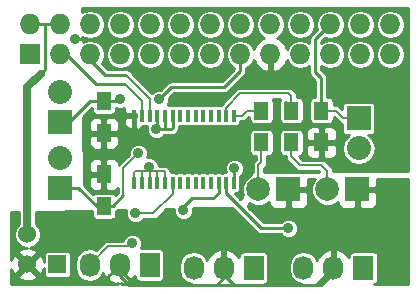
<source format=gtl>
G04 #@! TF.FileFunction,Copper,L1,Top,Signal*
%FSLAX46Y46*%
G04 Gerber Fmt 4.6, Leading zero omitted, Abs format (unit mm)*
G04 Created by KiCad (PCBNEW (after 2015-mar-04 BZR unknown)-product) date 10/24/2015 7:47:12 PM*
%MOMM*%
G01*
G04 APERTURE LIST*
%ADD10C,0.150000*%
%ADD11R,2.032000X2.032000*%
%ADD12O,2.032000X2.032000*%
%ADD13R,1.524000X1.524000*%
%ADD14C,1.524000*%
%ADD15R,1.727200X2.032000*%
%ADD16O,1.727200X2.032000*%
%ADD17R,1.727200X1.727200*%
%ADD18O,1.727200X1.727200*%
%ADD19R,1.300000X1.500000*%
%ADD20R,0.400000X1.100000*%
%ADD21R,2.000000X2.000000*%
%ADD22C,2.000000*%
%ADD23C,0.889000*%
%ADD24C,0.254000*%
%ADD25C,0.203200*%
%ADD26C,0.635000*%
G04 APERTURE END LIST*
D10*
D11*
X49530000Y-45593000D03*
D12*
X49530000Y-43053000D03*
D13*
X49276000Y-52070000D03*
D14*
X46736000Y-52070000D03*
X46736000Y-49530000D03*
D15*
X57073800Y-52120800D03*
D16*
X54533800Y-52120800D03*
X51993800Y-52120800D03*
D15*
X65887600Y-52349400D03*
D16*
X63347600Y-52349400D03*
X60807600Y-52349400D03*
D15*
X75184000Y-52349400D03*
D16*
X72644000Y-52349400D03*
X70104000Y-52349400D03*
D11*
X74777600Y-39700200D03*
D12*
X74777600Y-42240200D03*
D11*
X49530000Y-40005000D03*
D12*
X49530000Y-37465000D03*
D17*
X46990000Y-34290000D03*
D18*
X46990000Y-31750000D03*
X49530000Y-34290000D03*
X49530000Y-31750000D03*
X52070000Y-34290000D03*
X52070000Y-31750000D03*
X54610000Y-34290000D03*
X54610000Y-31750000D03*
X57150000Y-34290000D03*
X57150000Y-31750000D03*
X59690000Y-34290000D03*
X59690000Y-31750000D03*
X62230000Y-34290000D03*
X62230000Y-31750000D03*
X64770000Y-34290000D03*
X64770000Y-31750000D03*
X67310000Y-34290000D03*
X67310000Y-31750000D03*
X69850000Y-34290000D03*
X69850000Y-31750000D03*
X72390000Y-34290000D03*
X72390000Y-31750000D03*
X74930000Y-34290000D03*
X74930000Y-31750000D03*
X77470000Y-34290000D03*
X77470000Y-31750000D03*
D19*
X53200000Y-44450000D03*
X53200000Y-47150000D03*
X53200000Y-40950000D03*
X53200000Y-38250000D03*
X71628000Y-41736000D03*
X71628000Y-39036000D03*
X69088000Y-39036000D03*
X69088000Y-41736000D03*
X66548000Y-39036000D03*
X66548000Y-41736000D03*
D20*
X55769800Y-45166400D03*
X56419800Y-45166400D03*
X57069800Y-45166400D03*
X57719800Y-45166400D03*
X58369800Y-45166400D03*
X59019800Y-45166400D03*
X59669800Y-45166400D03*
X60319800Y-45166400D03*
X60969800Y-45166400D03*
X61619800Y-45166400D03*
X62269800Y-45166400D03*
X62919800Y-45166400D03*
X63569800Y-45166400D03*
X64219800Y-45166400D03*
X64219800Y-39466400D03*
X63569800Y-39466400D03*
X62919800Y-39466400D03*
X62269800Y-39466400D03*
X61619800Y-39466400D03*
X60969800Y-39466400D03*
X60319800Y-39466400D03*
X59669800Y-39466400D03*
X59019800Y-39466400D03*
X58369800Y-39466400D03*
X57719800Y-39466400D03*
X57069800Y-39466400D03*
X56419800Y-39466400D03*
X55769800Y-39466400D03*
D21*
X74676000Y-45720000D03*
D22*
X72136000Y-45720000D03*
D21*
X68834000Y-45720000D03*
D22*
X66294000Y-45720000D03*
D23*
X50800000Y-33020000D03*
X59436000Y-41402000D03*
X56134000Y-42672000D03*
X57912000Y-38100000D03*
X54610000Y-38100000D03*
X51816000Y-50038000D03*
X57023000Y-43815000D03*
X64262000Y-43942000D03*
X57658000Y-40640000D03*
X55626000Y-50292000D03*
X55880000Y-47752000D03*
X59944000Y-47498000D03*
X68834000Y-49022000D03*
D24*
X51562000Y-33020000D02*
X50800000Y-33020000D01*
X53200000Y-47150000D02*
X52611000Y-47150000D01*
X52611000Y-47150000D02*
X51054000Y-45593000D01*
X51054000Y-45593000D02*
X49530000Y-45593000D01*
D25*
X54864000Y-46228000D02*
X54864000Y-43942000D01*
X54864000Y-43942000D02*
X56134000Y-42672000D01*
D24*
X53942000Y-47150000D02*
X54864000Y-46228000D01*
X57912000Y-38100000D02*
X58928000Y-37084000D01*
X58928000Y-37084000D02*
X61595000Y-37084000D01*
X64770000Y-35687000D02*
X64770000Y-34290000D01*
X53200000Y-47150000D02*
X53942000Y-47150000D01*
X63373000Y-37084000D02*
X64770000Y-35687000D01*
X61595000Y-37084000D02*
X63373000Y-37084000D01*
D25*
X74777600Y-39700200D02*
X73482200Y-39700200D01*
X72818000Y-39036000D02*
X71628000Y-39036000D01*
X73482200Y-39700200D02*
X72818000Y-39036000D01*
D24*
X72390000Y-31750000D02*
X71120000Y-33020000D01*
X71628000Y-36322000D02*
X71586000Y-38994000D01*
X71120000Y-35814000D02*
X71628000Y-36322000D01*
X71120000Y-33020000D02*
X71120000Y-35814000D01*
X71586000Y-38994000D02*
X71628000Y-39036000D01*
X49530000Y-40005000D02*
X50292000Y-40005000D01*
X50292000Y-40005000D02*
X52047000Y-38250000D01*
X52047000Y-38250000D02*
X53200000Y-38250000D01*
X54460000Y-38250000D02*
X54610000Y-38100000D01*
X53200000Y-38250000D02*
X54460000Y-38250000D01*
X53594000Y-53060600D02*
X54533800Y-52120800D01*
X53594000Y-53594000D02*
X53594000Y-53060600D01*
X63347600Y-53238400D02*
X63347600Y-52349400D01*
X55372000Y-53848000D02*
X62738000Y-53848000D01*
X62738000Y-53848000D02*
X63347600Y-53238400D01*
X54533800Y-53009800D02*
X55372000Y-53848000D01*
X54533800Y-52120800D02*
X54533800Y-53009800D01*
X72644000Y-52832000D02*
X72644000Y-52349400D01*
X64262000Y-53848000D02*
X71628000Y-53848000D01*
X71628000Y-53848000D02*
X72644000Y-52832000D01*
X63347600Y-52933600D02*
X64262000Y-53848000D01*
X63347600Y-52349400D02*
X63347600Y-52933600D01*
X70358000Y-53848000D02*
X71145400Y-53848000D01*
X55880000Y-53848000D02*
X70358000Y-53848000D01*
X71145400Y-53848000D02*
X72644000Y-52349400D01*
X54533800Y-52501800D02*
X55880000Y-53848000D01*
X54533800Y-52120800D02*
X54533800Y-52501800D01*
X72644000Y-52578000D02*
X72644000Y-52349400D01*
X71374000Y-53848000D02*
X72644000Y-52578000D01*
X70358000Y-53848000D02*
X71374000Y-53848000D01*
D25*
X57069800Y-39466400D02*
X57069800Y-38019800D01*
X57069800Y-38019800D02*
X55118000Y-36068000D01*
D24*
X52070000Y-34290000D02*
X52070000Y-34798000D01*
X52070000Y-34798000D02*
X53340000Y-36068000D01*
X53340000Y-36068000D02*
X55118000Y-36068000D01*
D25*
X56419800Y-39466400D02*
X56419800Y-38258800D01*
X56419800Y-38258800D02*
X54991000Y-36830000D01*
D24*
X49530000Y-34290000D02*
X50038000Y-34290000D01*
X50038000Y-34290000D02*
X52578000Y-36830000D01*
X52578000Y-36830000D02*
X54991000Y-36830000D01*
D25*
X57069800Y-44196000D02*
X57069800Y-43861800D01*
X57069800Y-43861800D02*
X57023000Y-43815000D01*
X57719800Y-45166400D02*
X57719800Y-44196000D01*
X57719800Y-44196000D02*
X57069800Y-44196000D01*
X57069800Y-45166400D02*
X57069800Y-44196000D01*
X56419800Y-45166400D02*
X56419800Y-44196000D01*
X55769800Y-45166400D02*
X55769800Y-44306200D01*
X55880000Y-44196000D02*
X56419800Y-44196000D01*
X55769800Y-44306200D02*
X55880000Y-44196000D01*
X56419800Y-44196000D02*
X57719800Y-44196000D01*
X58369800Y-44272800D02*
X58369800Y-45166400D01*
X57719800Y-44196000D02*
X58293000Y-44196000D01*
X58293000Y-44196000D02*
X58369800Y-44272800D01*
D24*
X64219800Y-43984200D02*
X64262000Y-43942000D01*
X64219800Y-45166400D02*
X64219800Y-43984200D01*
X58369800Y-40589800D02*
X58319600Y-40640000D01*
X58319600Y-40640000D02*
X57658000Y-40640000D01*
X57719800Y-40578200D02*
X57719800Y-39466400D01*
X57719800Y-40578200D02*
X57658000Y-40640000D01*
X58369800Y-39466400D02*
X58369800Y-40589800D01*
X59019800Y-40548200D02*
X58928000Y-40640000D01*
X58928000Y-40640000D02*
X57658000Y-40640000D01*
X59019800Y-39466400D02*
X59019800Y-40548200D01*
X49530000Y-37084000D02*
X49530000Y-37338000D01*
D25*
X69850000Y-43688000D02*
X71628000Y-43688000D01*
X72136000Y-44196000D02*
X72136000Y-45720000D01*
X71628000Y-43688000D02*
X72136000Y-44196000D01*
X69088000Y-41736000D02*
X69088000Y-42926000D01*
X69088000Y-42926000D02*
X69850000Y-43688000D01*
D24*
X72136000Y-45720000D02*
X72136000Y-45415200D01*
D25*
X66294000Y-45720000D02*
X66294000Y-43688000D01*
X66548000Y-43434000D02*
X66548000Y-41736000D01*
X66294000Y-43688000D02*
X66548000Y-43434000D01*
X59019800Y-45166400D02*
X59019800Y-46136200D01*
X53568600Y-50546000D02*
X51993800Y-52120800D01*
X55372000Y-50546000D02*
X53568600Y-50546000D01*
X55626000Y-50292000D02*
X55372000Y-50546000D01*
X57404000Y-47752000D02*
X55880000Y-47752000D01*
X59019800Y-46136200D02*
X57404000Y-47752000D01*
D24*
X51993800Y-52120800D02*
X52273200Y-52120800D01*
X51993800Y-52120800D02*
X51993800Y-51384200D01*
X59944000Y-47244000D02*
X60706000Y-46482000D01*
X60706000Y-46482000D02*
X62484000Y-46482000D01*
X62484000Y-46482000D02*
X62919800Y-46046200D01*
X62919800Y-46046200D02*
X62919800Y-45166400D01*
X59944000Y-47498000D02*
X59944000Y-47244000D01*
X70104000Y-52349400D02*
X69621400Y-52349400D01*
X63569800Y-46043800D02*
X66548000Y-49022000D01*
X66548000Y-49022000D02*
X68834000Y-49022000D01*
X63569800Y-45166400D02*
X63569800Y-46043800D01*
D26*
X46736000Y-49530000D02*
X46736000Y-37084000D01*
X46736000Y-37084000D02*
X47879000Y-35941000D01*
D24*
X48260000Y-35560000D02*
X48260000Y-31750000D01*
X46736000Y-37084000D02*
X47879000Y-35941000D01*
X47879000Y-35941000D02*
X48260000Y-35560000D01*
X46990000Y-31750000D02*
X48260000Y-31750000D01*
X48260000Y-31750000D02*
X49530000Y-31750000D01*
D25*
X63569800Y-39466400D02*
X63569800Y-38792200D01*
X69088000Y-37846000D02*
X69088000Y-39036000D01*
X68834000Y-37592000D02*
X69088000Y-37846000D01*
X64770000Y-37592000D02*
X68834000Y-37592000D01*
X63569800Y-38792200D02*
X64770000Y-37592000D01*
D24*
X69130000Y-38904000D02*
X69088000Y-39036000D01*
X68580000Y-38354000D02*
X69130000Y-38904000D01*
D25*
X64219800Y-39466400D02*
X64927600Y-39466400D01*
X65358000Y-39036000D02*
X66548000Y-39036000D01*
X64927600Y-39466400D02*
X65358000Y-39036000D01*
D24*
G36*
X78909800Y-44151144D02*
X78714600Y-44152432D01*
X78714600Y-34314383D01*
X78714600Y-34265617D01*
X78714600Y-31774383D01*
X78714600Y-31725617D01*
X78619860Y-31249329D01*
X78350065Y-30845552D01*
X77946288Y-30575757D01*
X77470000Y-30481017D01*
X76993712Y-30575757D01*
X76589935Y-30845552D01*
X76320140Y-31249329D01*
X76225400Y-31725617D01*
X76225400Y-31774383D01*
X76320140Y-32250671D01*
X76589935Y-32654448D01*
X76993712Y-32924243D01*
X77470000Y-33018983D01*
X77946288Y-32924243D01*
X78350065Y-32654448D01*
X78619860Y-32250671D01*
X78714600Y-31774383D01*
X78714600Y-34265617D01*
X78619860Y-33789329D01*
X78350065Y-33385552D01*
X77946288Y-33115757D01*
X77470000Y-33021017D01*
X76993712Y-33115757D01*
X76589935Y-33385552D01*
X76320140Y-33789329D01*
X76225400Y-34265617D01*
X76225400Y-34314383D01*
X76320140Y-34790671D01*
X76589935Y-35194448D01*
X76993712Y-35464243D01*
X77470000Y-35558983D01*
X77946288Y-35464243D01*
X78350065Y-35194448D01*
X78619860Y-34790671D01*
X78714600Y-34314383D01*
X78714600Y-44152432D01*
X72913000Y-44190728D01*
X72913000Y-42612309D01*
X72913000Y-42021750D01*
X72913000Y-41450250D01*
X72913000Y-40859691D01*
X72816327Y-40626302D01*
X72637699Y-40447673D01*
X72404310Y-40351000D01*
X72151691Y-40351000D01*
X71913750Y-40351000D01*
X71755000Y-40509750D01*
X71755000Y-41609000D01*
X72754250Y-41609000D01*
X72913000Y-41450250D01*
X72913000Y-42021750D01*
X72754250Y-41863000D01*
X71755000Y-41863000D01*
X71755000Y-42962250D01*
X71913750Y-43121000D01*
X72151691Y-43121000D01*
X72404310Y-43121000D01*
X72637699Y-43024327D01*
X72816327Y-42845698D01*
X72913000Y-42612309D01*
X72913000Y-44190728D01*
X72617938Y-44192676D01*
X72581864Y-44011317D01*
X72477250Y-43854750D01*
X72477246Y-43854747D01*
X71969250Y-43346750D01*
X71812683Y-43242136D01*
X71628000Y-43205400D01*
X71501000Y-43205400D01*
X71501000Y-42962250D01*
X71501000Y-41863000D01*
X71501000Y-41609000D01*
X71501000Y-40509750D01*
X71342250Y-40351000D01*
X71104309Y-40351000D01*
X70851690Y-40351000D01*
X70618301Y-40447673D01*
X70439673Y-40626302D01*
X70343000Y-40859691D01*
X70343000Y-41450250D01*
X70501750Y-41609000D01*
X71501000Y-41609000D01*
X71501000Y-41863000D01*
X70501750Y-41863000D01*
X70343000Y-42021750D01*
X70343000Y-42612309D01*
X70439673Y-42845698D01*
X70618301Y-43024327D01*
X70851690Y-43121000D01*
X71104309Y-43121000D01*
X71342250Y-43121000D01*
X71501000Y-42962250D01*
X71501000Y-43205400D01*
X70049900Y-43205400D01*
X69718964Y-42874464D01*
X69738000Y-42874464D01*
X69883274Y-42846278D01*
X70010956Y-42762404D01*
X70096426Y-42635784D01*
X70126464Y-42486000D01*
X70126464Y-40986000D01*
X70098278Y-40840726D01*
X70014404Y-40713044D01*
X69887784Y-40627574D01*
X69738000Y-40597536D01*
X68438000Y-40597536D01*
X68292726Y-40625722D01*
X68165044Y-40709596D01*
X68079574Y-40836216D01*
X68049536Y-40986000D01*
X68049536Y-42486000D01*
X68077722Y-42631274D01*
X68161596Y-42758956D01*
X68288216Y-42844426D01*
X68438000Y-42874464D01*
X68605400Y-42874464D01*
X68605400Y-42926000D01*
X68642136Y-43110683D01*
X68746750Y-43267250D01*
X69508750Y-44029250D01*
X69665317Y-44133864D01*
X69850000Y-44170601D01*
X69850000Y-44170600D01*
X69850005Y-44170600D01*
X71428100Y-44170600D01*
X71457834Y-44200334D01*
X66776600Y-44231234D01*
X66776600Y-43887900D01*
X66889250Y-43775250D01*
X66993864Y-43618683D01*
X67030600Y-43434000D01*
X67030600Y-42874464D01*
X67198000Y-42874464D01*
X67343274Y-42846278D01*
X67470956Y-42762404D01*
X67556426Y-42635784D01*
X67586464Y-42486000D01*
X67586464Y-40986000D01*
X67558278Y-40840726D01*
X67474404Y-40713044D01*
X67347784Y-40627574D01*
X67198000Y-40597536D01*
X65898000Y-40597536D01*
X65752726Y-40625722D01*
X65625044Y-40709596D01*
X65539574Y-40836216D01*
X65509536Y-40986000D01*
X65509536Y-42486000D01*
X65537722Y-42631274D01*
X65621596Y-42758956D01*
X65748216Y-42844426D01*
X65898000Y-42874464D01*
X66065400Y-42874464D01*
X66065400Y-43234100D01*
X65952750Y-43346750D01*
X65848136Y-43503317D01*
X65811400Y-43688000D01*
X65811400Y-44237605D01*
X65726295Y-44238167D01*
X65620218Y-44504157D01*
X65512749Y-44548563D01*
X65123928Y-44936705D01*
X64913241Y-45444097D01*
X64912761Y-45993493D01*
X64970524Y-46133291D01*
X64824985Y-46498238D01*
X64742502Y-46498082D01*
X64297489Y-46053069D01*
X64419800Y-46053069D01*
X64545704Y-46028641D01*
X64656362Y-45955950D01*
X64730436Y-45846213D01*
X64756469Y-45716400D01*
X64756469Y-44616400D01*
X64756210Y-44615067D01*
X64961417Y-44410219D01*
X65087357Y-44106923D01*
X65087643Y-43778518D01*
X64962233Y-43475002D01*
X64730219Y-43242583D01*
X64426923Y-43116643D01*
X64098518Y-43116357D01*
X63795002Y-43241767D01*
X63562583Y-43473781D01*
X63436643Y-43777077D01*
X63436357Y-44105482D01*
X63508355Y-44279731D01*
X63369800Y-44279731D01*
X63243896Y-44304159D01*
X63243361Y-44304510D01*
X63119800Y-44279731D01*
X62719800Y-44279731D01*
X62593896Y-44304159D01*
X62593361Y-44304510D01*
X62469800Y-44279731D01*
X62069800Y-44279731D01*
X61943896Y-44304159D01*
X61943361Y-44304510D01*
X61819800Y-44279731D01*
X61419800Y-44279731D01*
X61293896Y-44304159D01*
X61293361Y-44304510D01*
X61169800Y-44279731D01*
X60769800Y-44279731D01*
X60643896Y-44304159D01*
X60643361Y-44304510D01*
X60519800Y-44279731D01*
X60119800Y-44279731D01*
X59993896Y-44304159D01*
X59993361Y-44304510D01*
X59869800Y-44279731D01*
X59469800Y-44279731D01*
X59343896Y-44304159D01*
X59343361Y-44304510D01*
X59219800Y-44279731D01*
X58852400Y-44279731D01*
X58852400Y-44272805D01*
X58852400Y-44272800D01*
X58852401Y-44272800D01*
X58815664Y-44088117D01*
X58711050Y-43931551D01*
X58711050Y-43931550D01*
X58711046Y-43931547D01*
X58634250Y-43854750D01*
X58477683Y-43750136D01*
X58293000Y-43713400D01*
X57848589Y-43713400D01*
X57848643Y-43651518D01*
X57723233Y-43348002D01*
X57491219Y-43115583D01*
X57187923Y-42989643D01*
X56896047Y-42989388D01*
X56959357Y-42836923D01*
X56959643Y-42508518D01*
X56834233Y-42205002D01*
X56602219Y-41972583D01*
X56298923Y-41846643D01*
X55970518Y-41846357D01*
X55669800Y-41970610D01*
X55669800Y-40492650D01*
X55669800Y-39593400D01*
X55093550Y-39593400D01*
X54934800Y-39752150D01*
X54934800Y-40142709D01*
X55031473Y-40376098D01*
X55210101Y-40554727D01*
X55443490Y-40651400D01*
X55511050Y-40651400D01*
X55669800Y-40492650D01*
X55669800Y-41970610D01*
X55667002Y-41971767D01*
X55434583Y-42203781D01*
X55308643Y-42507077D01*
X55308374Y-42815125D01*
X54522750Y-43600750D01*
X54485000Y-43657247D01*
X54485000Y-43573691D01*
X54485000Y-41826309D01*
X54485000Y-41235750D01*
X54485000Y-40664250D01*
X54485000Y-40073691D01*
X54388327Y-39840302D01*
X54209699Y-39661673D01*
X53976310Y-39565000D01*
X53723691Y-39565000D01*
X53485750Y-39565000D01*
X53327000Y-39723750D01*
X53327000Y-40823000D01*
X54326250Y-40823000D01*
X54485000Y-40664250D01*
X54485000Y-41235750D01*
X54326250Y-41077000D01*
X53327000Y-41077000D01*
X53327000Y-42176250D01*
X53485750Y-42335000D01*
X53723691Y-42335000D01*
X53976310Y-42335000D01*
X54209699Y-42238327D01*
X54388327Y-42059698D01*
X54485000Y-41826309D01*
X54485000Y-43573691D01*
X54388327Y-43340302D01*
X54209699Y-43161673D01*
X53976310Y-43065000D01*
X53723691Y-43065000D01*
X53485750Y-43065000D01*
X53327000Y-43223750D01*
X53327000Y-44323000D01*
X53347000Y-44323000D01*
X53347000Y-44577000D01*
X53327000Y-44577000D01*
X53327000Y-45676250D01*
X53485750Y-45835000D01*
X53723691Y-45835000D01*
X53976310Y-45835000D01*
X54209699Y-45738327D01*
X54381400Y-45566625D01*
X54381400Y-45992180D01*
X54174031Y-46199548D01*
X54126404Y-46127044D01*
X53999784Y-46041574D01*
X53850000Y-46011536D01*
X53073000Y-46011536D01*
X53073000Y-45676250D01*
X53073000Y-44577000D01*
X53073000Y-44323000D01*
X53073000Y-43223750D01*
X53073000Y-42176250D01*
X53073000Y-41077000D01*
X53073000Y-40823000D01*
X53073000Y-39723750D01*
X52914250Y-39565000D01*
X52676309Y-39565000D01*
X52423690Y-39565000D01*
X52190301Y-39661673D01*
X52011673Y-39840302D01*
X51915000Y-40073691D01*
X51915000Y-40664250D01*
X52073750Y-40823000D01*
X53073000Y-40823000D01*
X53073000Y-41077000D01*
X52073750Y-41077000D01*
X51915000Y-41235750D01*
X51915000Y-41826309D01*
X52011673Y-42059698D01*
X52190301Y-42238327D01*
X52423690Y-42335000D01*
X52676309Y-42335000D01*
X52914250Y-42335000D01*
X53073000Y-42176250D01*
X53073000Y-43223750D01*
X52914250Y-43065000D01*
X52676309Y-43065000D01*
X52423690Y-43065000D01*
X52190301Y-43161673D01*
X52011673Y-43340302D01*
X51915000Y-43573691D01*
X51915000Y-44164250D01*
X52073750Y-44323000D01*
X53073000Y-44323000D01*
X53073000Y-44577000D01*
X52073750Y-44577000D01*
X51915000Y-44735750D01*
X51915000Y-45326309D01*
X52011673Y-45559698D01*
X52190301Y-45738327D01*
X52423690Y-45835000D01*
X52676309Y-45835000D01*
X52914250Y-45835000D01*
X53073000Y-45676250D01*
X53073000Y-46011536D01*
X52550000Y-46011536D01*
X52404726Y-46039722D01*
X52292719Y-46113298D01*
X51539065Y-45359645D01*
X51469025Y-39546394D01*
X52161536Y-38853884D01*
X52161536Y-39000000D01*
X52189722Y-39145274D01*
X52273596Y-39272956D01*
X52400216Y-39358426D01*
X52550000Y-39388464D01*
X53850000Y-39388464D01*
X53995274Y-39360278D01*
X54122956Y-39276404D01*
X54208426Y-39149784D01*
X54238464Y-39000000D01*
X54238464Y-38839563D01*
X54445077Y-38925357D01*
X54773482Y-38925643D01*
X54934800Y-38858987D01*
X54934800Y-39180650D01*
X55093550Y-39339400D01*
X55669800Y-39339400D01*
X55669800Y-39319400D01*
X55869800Y-39319400D01*
X55869800Y-39339400D01*
X55883131Y-39339400D01*
X55883131Y-39593400D01*
X55869800Y-39593400D01*
X55869800Y-40492650D01*
X56028550Y-40651400D01*
X56096110Y-40651400D01*
X56329499Y-40554727D01*
X56508127Y-40376098D01*
X56517665Y-40353069D01*
X56619800Y-40353069D01*
X56745704Y-40328641D01*
X56746238Y-40328289D01*
X56869800Y-40353069D01*
X56883305Y-40353069D01*
X56832643Y-40475077D01*
X56832357Y-40803482D01*
X56957767Y-41106998D01*
X57189781Y-41339417D01*
X57493077Y-41465357D01*
X57821482Y-41465643D01*
X58124998Y-41340233D01*
X58317566Y-41148000D01*
X58319600Y-41148000D01*
X58928000Y-41148000D01*
X59122403Y-41109331D01*
X59287210Y-40999210D01*
X59379010Y-40907410D01*
X59489131Y-40742603D01*
X59527800Y-40548200D01*
X59527800Y-40353069D01*
X59869800Y-40353069D01*
X59995704Y-40328641D01*
X59996238Y-40328289D01*
X60119800Y-40353069D01*
X60519800Y-40353069D01*
X60645704Y-40328641D01*
X60646238Y-40328289D01*
X60769800Y-40353069D01*
X61169800Y-40353069D01*
X61295704Y-40328641D01*
X61296238Y-40328289D01*
X61419800Y-40353069D01*
X61819800Y-40353069D01*
X61945704Y-40328641D01*
X61946238Y-40328289D01*
X62069800Y-40353069D01*
X62469800Y-40353069D01*
X62595704Y-40328641D01*
X62596238Y-40328289D01*
X62719800Y-40353069D01*
X63119800Y-40353069D01*
X63245704Y-40328641D01*
X63246238Y-40328289D01*
X63369800Y-40353069D01*
X63769800Y-40353069D01*
X63895704Y-40328641D01*
X63896238Y-40328289D01*
X64019800Y-40353069D01*
X64419800Y-40353069D01*
X64545704Y-40328641D01*
X64656362Y-40255950D01*
X64730436Y-40146213D01*
X64756469Y-40016400D01*
X64756469Y-39949000D01*
X64927600Y-39949000D01*
X65112283Y-39912264D01*
X65268850Y-39807650D01*
X65509536Y-39566963D01*
X65509536Y-39786000D01*
X65537722Y-39931274D01*
X65621596Y-40058956D01*
X65748216Y-40144426D01*
X65898000Y-40174464D01*
X67198000Y-40174464D01*
X67343274Y-40146278D01*
X67470956Y-40062404D01*
X67556426Y-39935784D01*
X67586464Y-39786000D01*
X67586464Y-38286000D01*
X67558278Y-38140726D01*
X67514839Y-38074600D01*
X68121165Y-38074600D01*
X68079574Y-38136216D01*
X68049536Y-38286000D01*
X68049536Y-39786000D01*
X68077722Y-39931274D01*
X68161596Y-40058956D01*
X68288216Y-40144426D01*
X68438000Y-40174464D01*
X69738000Y-40174464D01*
X69883274Y-40146278D01*
X70010956Y-40062404D01*
X70096426Y-39935784D01*
X70126464Y-39786000D01*
X70126464Y-38286000D01*
X70098278Y-38140726D01*
X70014404Y-38013044D01*
X69887784Y-37927574D01*
X69738000Y-37897536D01*
X69570600Y-37897536D01*
X69570600Y-37846000D01*
X69533864Y-37661317D01*
X69429250Y-37504750D01*
X69175250Y-37250750D01*
X69018683Y-37146136D01*
X68834000Y-37109400D01*
X64770000Y-37109400D01*
X64585317Y-37146136D01*
X64428750Y-37250750D01*
X63228550Y-38450950D01*
X63139819Y-38583745D01*
X63119800Y-38579731D01*
X62719800Y-38579731D01*
X62593896Y-38604159D01*
X62593361Y-38604510D01*
X62469800Y-38579731D01*
X62069800Y-38579731D01*
X61943896Y-38604159D01*
X61943361Y-38604510D01*
X61819800Y-38579731D01*
X61419800Y-38579731D01*
X61293896Y-38604159D01*
X61293361Y-38604510D01*
X61169800Y-38579731D01*
X60769800Y-38579731D01*
X60643896Y-38604159D01*
X60643361Y-38604510D01*
X60519800Y-38579731D01*
X60119800Y-38579731D01*
X59993896Y-38604159D01*
X59993361Y-38604510D01*
X59869800Y-38579731D01*
X59469800Y-38579731D01*
X59343896Y-38604159D01*
X59343361Y-38604510D01*
X59219800Y-38579731D01*
X58819800Y-38579731D01*
X58693896Y-38604159D01*
X58693361Y-38604510D01*
X58594852Y-38584755D01*
X58611417Y-38568219D01*
X58737357Y-38264923D01*
X58737593Y-37992826D01*
X59138420Y-37592000D01*
X61595000Y-37592000D01*
X63373000Y-37592000D01*
X63567403Y-37553331D01*
X63732210Y-37443210D01*
X65129210Y-36046210D01*
X65239331Y-35881404D01*
X65239331Y-35881403D01*
X65245746Y-35849150D01*
X65277999Y-35687000D01*
X65278000Y-35687000D01*
X65278000Y-35443053D01*
X65650065Y-35194448D01*
X65919860Y-34790671D01*
X65920323Y-34788338D01*
X66103179Y-35178490D01*
X66535053Y-35572688D01*
X66950974Y-35744958D01*
X67183000Y-35623817D01*
X67183000Y-34417000D01*
X67163000Y-34417000D01*
X67163000Y-34163000D01*
X67183000Y-34163000D01*
X67183000Y-34143000D01*
X67437000Y-34143000D01*
X67437000Y-34163000D01*
X67457000Y-34163000D01*
X67457000Y-34417000D01*
X67437000Y-34417000D01*
X67437000Y-35623817D01*
X67669026Y-35744958D01*
X68084947Y-35572688D01*
X68516821Y-35178490D01*
X68699676Y-34788338D01*
X68700140Y-34790671D01*
X68969935Y-35194448D01*
X69373712Y-35464243D01*
X69850000Y-35558983D01*
X70326288Y-35464243D01*
X70612000Y-35273336D01*
X70612000Y-35814000D01*
X70650669Y-36008403D01*
X70760790Y-36173210D01*
X71116682Y-36529102D01*
X71095172Y-37897536D01*
X70978000Y-37897536D01*
X70832726Y-37925722D01*
X70705044Y-38009596D01*
X70619574Y-38136216D01*
X70589536Y-38286000D01*
X70589536Y-39786000D01*
X70617722Y-39931274D01*
X70701596Y-40058956D01*
X70828216Y-40144426D01*
X70978000Y-40174464D01*
X72278000Y-40174464D01*
X72423274Y-40146278D01*
X72550956Y-40062404D01*
X72636426Y-39935784D01*
X72666464Y-39786000D01*
X72666464Y-39566963D01*
X73140947Y-40041446D01*
X73140950Y-40041450D01*
X73140951Y-40041450D01*
X73297517Y-40146064D01*
X73373136Y-40161106D01*
X73373136Y-40716200D01*
X73401322Y-40861474D01*
X73485196Y-40989156D01*
X73611816Y-41074626D01*
X73761600Y-41104664D01*
X73983463Y-41104664D01*
X73762403Y-41252372D01*
X73459571Y-41705591D01*
X73353231Y-42240200D01*
X73459571Y-42774809D01*
X73762403Y-43228028D01*
X74215622Y-43530860D01*
X74750231Y-43637200D01*
X74804969Y-43637200D01*
X75339578Y-43530860D01*
X75792797Y-43228028D01*
X76095629Y-42774809D01*
X76201969Y-42240200D01*
X76095629Y-41705591D01*
X75792797Y-41252372D01*
X75571736Y-41104664D01*
X75793600Y-41104664D01*
X75938874Y-41076478D01*
X76066556Y-40992604D01*
X76152026Y-40865984D01*
X76182064Y-40716200D01*
X76182064Y-38684200D01*
X76174600Y-38645729D01*
X76174600Y-34314383D01*
X76174600Y-34265617D01*
X76174600Y-31774383D01*
X76174600Y-31725617D01*
X76079860Y-31249329D01*
X75810065Y-30845552D01*
X75406288Y-30575757D01*
X74930000Y-30481017D01*
X74453712Y-30575757D01*
X74049935Y-30845552D01*
X73780140Y-31249329D01*
X73685400Y-31725617D01*
X73685400Y-31774383D01*
X73780140Y-32250671D01*
X74049935Y-32654448D01*
X74453712Y-32924243D01*
X74930000Y-33018983D01*
X75406288Y-32924243D01*
X75810065Y-32654448D01*
X76079860Y-32250671D01*
X76174600Y-31774383D01*
X76174600Y-34265617D01*
X76079860Y-33789329D01*
X75810065Y-33385552D01*
X75406288Y-33115757D01*
X74930000Y-33021017D01*
X74453712Y-33115757D01*
X74049935Y-33385552D01*
X73780140Y-33789329D01*
X73685400Y-34265617D01*
X73685400Y-34314383D01*
X73780140Y-34790671D01*
X74049935Y-35194448D01*
X74453712Y-35464243D01*
X74930000Y-35558983D01*
X75406288Y-35464243D01*
X75810065Y-35194448D01*
X76079860Y-34790671D01*
X76174600Y-34314383D01*
X76174600Y-38645729D01*
X76153878Y-38538926D01*
X76070004Y-38411244D01*
X75943384Y-38325774D01*
X75793600Y-38295736D01*
X73761600Y-38295736D01*
X73616326Y-38323922D01*
X73488644Y-38407796D01*
X73403174Y-38534416D01*
X73373136Y-38684200D01*
X73373136Y-38908636D01*
X73159250Y-38694750D01*
X73002683Y-38590136D01*
X72818000Y-38553400D01*
X72666464Y-38553400D01*
X72666464Y-38286000D01*
X72638278Y-38140726D01*
X72554404Y-38013044D01*
X72427784Y-37927574D01*
X72278000Y-37897536D01*
X72111297Y-37897536D01*
X72135937Y-36329984D01*
X72135206Y-36325984D01*
X72135999Y-36322000D01*
X72117436Y-36228676D01*
X72100328Y-36134997D01*
X72098122Y-36131581D01*
X72097330Y-36127596D01*
X72044434Y-36048431D01*
X71992811Y-35968480D01*
X71989469Y-35966170D01*
X71987210Y-35962789D01*
X71628000Y-35603579D01*
X71628000Y-35273336D01*
X71913712Y-35464243D01*
X72390000Y-35558983D01*
X72866288Y-35464243D01*
X73270065Y-35194448D01*
X73539860Y-34790671D01*
X73634600Y-34314383D01*
X73634600Y-34265617D01*
X73539860Y-33789329D01*
X73270065Y-33385552D01*
X72866288Y-33115757D01*
X72390000Y-33021017D01*
X71913712Y-33115757D01*
X71628000Y-33306663D01*
X71628000Y-33230420D01*
X71930781Y-32927638D01*
X72390000Y-33018983D01*
X72866288Y-32924243D01*
X73270065Y-32654448D01*
X73539860Y-32250671D01*
X73634600Y-31774383D01*
X73634600Y-31725617D01*
X73539860Y-31249329D01*
X73270065Y-30845552D01*
X72866288Y-30575757D01*
X72390000Y-30481017D01*
X71913712Y-30575757D01*
X71509935Y-30845552D01*
X71240140Y-31249329D01*
X71145400Y-31725617D01*
X71145400Y-31774383D01*
X71228653Y-32192926D01*
X71094600Y-32326979D01*
X71094600Y-31774383D01*
X71094600Y-31725617D01*
X70999860Y-31249329D01*
X70730065Y-30845552D01*
X70326288Y-30575757D01*
X69850000Y-30481017D01*
X69373712Y-30575757D01*
X68969935Y-30845552D01*
X68700140Y-31249329D01*
X68605400Y-31725617D01*
X68605400Y-31774383D01*
X68700140Y-32250671D01*
X68969935Y-32654448D01*
X69373712Y-32924243D01*
X69850000Y-33018983D01*
X70326288Y-32924243D01*
X70730065Y-32654448D01*
X70999860Y-32250671D01*
X71094600Y-31774383D01*
X71094600Y-32326979D01*
X70760790Y-32660790D01*
X70650669Y-32825597D01*
X70612000Y-33020000D01*
X70612000Y-33306663D01*
X70326288Y-33115757D01*
X69850000Y-33021017D01*
X69373712Y-33115757D01*
X68969935Y-33385552D01*
X68700140Y-33789329D01*
X68699676Y-33791661D01*
X68516821Y-33401510D01*
X68084947Y-33007312D01*
X67823828Y-32899159D01*
X68190065Y-32654448D01*
X68459860Y-32250671D01*
X68554600Y-31774383D01*
X68554600Y-31725617D01*
X68459860Y-31249329D01*
X68190065Y-30845552D01*
X67786288Y-30575757D01*
X67310000Y-30481017D01*
X66833712Y-30575757D01*
X66429935Y-30845552D01*
X66160140Y-31249329D01*
X66065400Y-31725617D01*
X66065400Y-31774383D01*
X66160140Y-32250671D01*
X66429935Y-32654448D01*
X66796171Y-32899159D01*
X66535053Y-33007312D01*
X66103179Y-33401510D01*
X66014600Y-33590506D01*
X66014600Y-31774383D01*
X66014600Y-31725617D01*
X65919860Y-31249329D01*
X65650065Y-30845552D01*
X65246288Y-30575757D01*
X64770000Y-30481017D01*
X64293712Y-30575757D01*
X63889935Y-30845552D01*
X63620140Y-31249329D01*
X63525400Y-31725617D01*
X63525400Y-31774383D01*
X63620140Y-32250671D01*
X63889935Y-32654448D01*
X64293712Y-32924243D01*
X64770000Y-33018983D01*
X65246288Y-32924243D01*
X65650065Y-32654448D01*
X65919860Y-32250671D01*
X66014600Y-31774383D01*
X66014600Y-33590506D01*
X65920323Y-33791661D01*
X65919860Y-33789329D01*
X65650065Y-33385552D01*
X65246288Y-33115757D01*
X64770000Y-33021017D01*
X64293712Y-33115757D01*
X63889935Y-33385552D01*
X63620140Y-33789329D01*
X63525400Y-34265617D01*
X63525400Y-34314383D01*
X63620140Y-34790671D01*
X63889935Y-35194448D01*
X64262000Y-35443053D01*
X64262000Y-35476580D01*
X63474600Y-36263980D01*
X63474600Y-34314383D01*
X63474600Y-34265617D01*
X63474600Y-31774383D01*
X63474600Y-31725617D01*
X63379860Y-31249329D01*
X63110065Y-30845552D01*
X62706288Y-30575757D01*
X62230000Y-30481017D01*
X61753712Y-30575757D01*
X61349935Y-30845552D01*
X61080140Y-31249329D01*
X60985400Y-31725617D01*
X60985400Y-31774383D01*
X61080140Y-32250671D01*
X61349935Y-32654448D01*
X61753712Y-32924243D01*
X62230000Y-33018983D01*
X62706288Y-32924243D01*
X63110065Y-32654448D01*
X63379860Y-32250671D01*
X63474600Y-31774383D01*
X63474600Y-34265617D01*
X63379860Y-33789329D01*
X63110065Y-33385552D01*
X62706288Y-33115757D01*
X62230000Y-33021017D01*
X61753712Y-33115757D01*
X61349935Y-33385552D01*
X61080140Y-33789329D01*
X60985400Y-34265617D01*
X60985400Y-34314383D01*
X61080140Y-34790671D01*
X61349935Y-35194448D01*
X61753712Y-35464243D01*
X62230000Y-35558983D01*
X62706288Y-35464243D01*
X63110065Y-35194448D01*
X63379860Y-34790671D01*
X63474600Y-34314383D01*
X63474600Y-36263980D01*
X63162580Y-36576000D01*
X61595000Y-36576000D01*
X60934600Y-36576000D01*
X60934600Y-34314383D01*
X60934600Y-34265617D01*
X60934600Y-31774383D01*
X60934600Y-31725617D01*
X60839860Y-31249329D01*
X60570065Y-30845552D01*
X60166288Y-30575757D01*
X59690000Y-30481017D01*
X59213712Y-30575757D01*
X58809935Y-30845552D01*
X58540140Y-31249329D01*
X58445400Y-31725617D01*
X58445400Y-31774383D01*
X58540140Y-32250671D01*
X58809935Y-32654448D01*
X59213712Y-32924243D01*
X59690000Y-33018983D01*
X60166288Y-32924243D01*
X60570065Y-32654448D01*
X60839860Y-32250671D01*
X60934600Y-31774383D01*
X60934600Y-34265617D01*
X60839860Y-33789329D01*
X60570065Y-33385552D01*
X60166288Y-33115757D01*
X59690000Y-33021017D01*
X59213712Y-33115757D01*
X58809935Y-33385552D01*
X58540140Y-33789329D01*
X58445400Y-34265617D01*
X58445400Y-34314383D01*
X58540140Y-34790671D01*
X58809935Y-35194448D01*
X59213712Y-35464243D01*
X59690000Y-35558983D01*
X60166288Y-35464243D01*
X60570065Y-35194448D01*
X60839860Y-34790671D01*
X60934600Y-34314383D01*
X60934600Y-36576000D01*
X58928000Y-36576000D01*
X58733597Y-36614669D01*
X58568790Y-36724790D01*
X58394600Y-36898979D01*
X58394600Y-34314383D01*
X58394600Y-34265617D01*
X58394600Y-31774383D01*
X58394600Y-31725617D01*
X58299860Y-31249329D01*
X58030065Y-30845552D01*
X57626288Y-30575757D01*
X57150000Y-30481017D01*
X56673712Y-30575757D01*
X56269935Y-30845552D01*
X56000140Y-31249329D01*
X55905400Y-31725617D01*
X55905400Y-31774383D01*
X56000140Y-32250671D01*
X56269935Y-32654448D01*
X56673712Y-32924243D01*
X57150000Y-33018983D01*
X57626288Y-32924243D01*
X58030065Y-32654448D01*
X58299860Y-32250671D01*
X58394600Y-31774383D01*
X58394600Y-34265617D01*
X58299860Y-33789329D01*
X58030065Y-33385552D01*
X57626288Y-33115757D01*
X57150000Y-33021017D01*
X56673712Y-33115757D01*
X56269935Y-33385552D01*
X56000140Y-33789329D01*
X55905400Y-34265617D01*
X55905400Y-34314383D01*
X56000140Y-34790671D01*
X56269935Y-35194448D01*
X56673712Y-35464243D01*
X57150000Y-35558983D01*
X57626288Y-35464243D01*
X58030065Y-35194448D01*
X58299860Y-34790671D01*
X58394600Y-34314383D01*
X58394600Y-36898979D01*
X58018987Y-37274592D01*
X57748518Y-37274357D01*
X57445002Y-37399767D01*
X57288498Y-37555998D01*
X55854600Y-36122100D01*
X55854600Y-34314383D01*
X55854600Y-34265617D01*
X55854600Y-31774383D01*
X55854600Y-31725617D01*
X55759860Y-31249329D01*
X55490065Y-30845552D01*
X55086288Y-30575757D01*
X54610000Y-30481017D01*
X54133712Y-30575757D01*
X53729935Y-30845552D01*
X53460140Y-31249329D01*
X53365400Y-31725617D01*
X53365400Y-31774383D01*
X53460140Y-32250671D01*
X53729935Y-32654448D01*
X54133712Y-32924243D01*
X54610000Y-33018983D01*
X55086288Y-32924243D01*
X55490065Y-32654448D01*
X55759860Y-32250671D01*
X55854600Y-31774383D01*
X55854600Y-34265617D01*
X55759860Y-33789329D01*
X55490065Y-33385552D01*
X55086288Y-33115757D01*
X54610000Y-33021017D01*
X54133712Y-33115757D01*
X53729935Y-33385552D01*
X53460140Y-33789329D01*
X53365400Y-34265617D01*
X53365400Y-34314383D01*
X53460140Y-34790671D01*
X53729935Y-35194448D01*
X54133712Y-35464243D01*
X54610000Y-35558983D01*
X55086288Y-35464243D01*
X55490065Y-35194448D01*
X55759860Y-34790671D01*
X55854600Y-34314383D01*
X55854600Y-36122100D01*
X55549541Y-35817041D01*
X55477210Y-35708790D01*
X55312403Y-35598669D01*
X55118000Y-35560000D01*
X53550420Y-35560000D01*
X53044113Y-35053693D01*
X53219860Y-34790671D01*
X53314600Y-34314383D01*
X53314600Y-34265617D01*
X53219860Y-33789329D01*
X52950065Y-33385552D01*
X52546288Y-33115757D01*
X52070000Y-33021017D01*
X51593712Y-33115757D01*
X51393162Y-33249759D01*
X51387581Y-32786510D01*
X51593712Y-32924243D01*
X52070000Y-33018983D01*
X52546288Y-32924243D01*
X52950065Y-32654448D01*
X53219860Y-32250671D01*
X53314600Y-31774383D01*
X53314600Y-31725617D01*
X53219860Y-31249329D01*
X52950065Y-30845552D01*
X52546288Y-30575757D01*
X52070000Y-30481017D01*
X51593712Y-30575757D01*
X51362804Y-30730044D01*
X51358589Y-30380200D01*
X78909800Y-30380200D01*
X78909800Y-44151144D01*
X78909800Y-44151144D01*
G37*
X78909800Y-44151144D02*
X78714600Y-44152432D01*
X78714600Y-34314383D01*
X78714600Y-34265617D01*
X78714600Y-31774383D01*
X78714600Y-31725617D01*
X78619860Y-31249329D01*
X78350065Y-30845552D01*
X77946288Y-30575757D01*
X77470000Y-30481017D01*
X76993712Y-30575757D01*
X76589935Y-30845552D01*
X76320140Y-31249329D01*
X76225400Y-31725617D01*
X76225400Y-31774383D01*
X76320140Y-32250671D01*
X76589935Y-32654448D01*
X76993712Y-32924243D01*
X77470000Y-33018983D01*
X77946288Y-32924243D01*
X78350065Y-32654448D01*
X78619860Y-32250671D01*
X78714600Y-31774383D01*
X78714600Y-34265617D01*
X78619860Y-33789329D01*
X78350065Y-33385552D01*
X77946288Y-33115757D01*
X77470000Y-33021017D01*
X76993712Y-33115757D01*
X76589935Y-33385552D01*
X76320140Y-33789329D01*
X76225400Y-34265617D01*
X76225400Y-34314383D01*
X76320140Y-34790671D01*
X76589935Y-35194448D01*
X76993712Y-35464243D01*
X77470000Y-35558983D01*
X77946288Y-35464243D01*
X78350065Y-35194448D01*
X78619860Y-34790671D01*
X78714600Y-34314383D01*
X78714600Y-44152432D01*
X72913000Y-44190728D01*
X72913000Y-42612309D01*
X72913000Y-42021750D01*
X72913000Y-41450250D01*
X72913000Y-40859691D01*
X72816327Y-40626302D01*
X72637699Y-40447673D01*
X72404310Y-40351000D01*
X72151691Y-40351000D01*
X71913750Y-40351000D01*
X71755000Y-40509750D01*
X71755000Y-41609000D01*
X72754250Y-41609000D01*
X72913000Y-41450250D01*
X72913000Y-42021750D01*
X72754250Y-41863000D01*
X71755000Y-41863000D01*
X71755000Y-42962250D01*
X71913750Y-43121000D01*
X72151691Y-43121000D01*
X72404310Y-43121000D01*
X72637699Y-43024327D01*
X72816327Y-42845698D01*
X72913000Y-42612309D01*
X72913000Y-44190728D01*
X72617938Y-44192676D01*
X72581864Y-44011317D01*
X72477250Y-43854750D01*
X72477246Y-43854747D01*
X71969250Y-43346750D01*
X71812683Y-43242136D01*
X71628000Y-43205400D01*
X71501000Y-43205400D01*
X71501000Y-42962250D01*
X71501000Y-41863000D01*
X71501000Y-41609000D01*
X71501000Y-40509750D01*
X71342250Y-40351000D01*
X71104309Y-40351000D01*
X70851690Y-40351000D01*
X70618301Y-40447673D01*
X70439673Y-40626302D01*
X70343000Y-40859691D01*
X70343000Y-41450250D01*
X70501750Y-41609000D01*
X71501000Y-41609000D01*
X71501000Y-41863000D01*
X70501750Y-41863000D01*
X70343000Y-42021750D01*
X70343000Y-42612309D01*
X70439673Y-42845698D01*
X70618301Y-43024327D01*
X70851690Y-43121000D01*
X71104309Y-43121000D01*
X71342250Y-43121000D01*
X71501000Y-42962250D01*
X71501000Y-43205400D01*
X70049900Y-43205400D01*
X69718964Y-42874464D01*
X69738000Y-42874464D01*
X69883274Y-42846278D01*
X70010956Y-42762404D01*
X70096426Y-42635784D01*
X70126464Y-42486000D01*
X70126464Y-40986000D01*
X70098278Y-40840726D01*
X70014404Y-40713044D01*
X69887784Y-40627574D01*
X69738000Y-40597536D01*
X68438000Y-40597536D01*
X68292726Y-40625722D01*
X68165044Y-40709596D01*
X68079574Y-40836216D01*
X68049536Y-40986000D01*
X68049536Y-42486000D01*
X68077722Y-42631274D01*
X68161596Y-42758956D01*
X68288216Y-42844426D01*
X68438000Y-42874464D01*
X68605400Y-42874464D01*
X68605400Y-42926000D01*
X68642136Y-43110683D01*
X68746750Y-43267250D01*
X69508750Y-44029250D01*
X69665317Y-44133864D01*
X69850000Y-44170601D01*
X69850000Y-44170600D01*
X69850005Y-44170600D01*
X71428100Y-44170600D01*
X71457834Y-44200334D01*
X66776600Y-44231234D01*
X66776600Y-43887900D01*
X66889250Y-43775250D01*
X66993864Y-43618683D01*
X67030600Y-43434000D01*
X67030600Y-42874464D01*
X67198000Y-42874464D01*
X67343274Y-42846278D01*
X67470956Y-42762404D01*
X67556426Y-42635784D01*
X67586464Y-42486000D01*
X67586464Y-40986000D01*
X67558278Y-40840726D01*
X67474404Y-40713044D01*
X67347784Y-40627574D01*
X67198000Y-40597536D01*
X65898000Y-40597536D01*
X65752726Y-40625722D01*
X65625044Y-40709596D01*
X65539574Y-40836216D01*
X65509536Y-40986000D01*
X65509536Y-42486000D01*
X65537722Y-42631274D01*
X65621596Y-42758956D01*
X65748216Y-42844426D01*
X65898000Y-42874464D01*
X66065400Y-42874464D01*
X66065400Y-43234100D01*
X65952750Y-43346750D01*
X65848136Y-43503317D01*
X65811400Y-43688000D01*
X65811400Y-44237605D01*
X65726295Y-44238167D01*
X65620218Y-44504157D01*
X65512749Y-44548563D01*
X65123928Y-44936705D01*
X64913241Y-45444097D01*
X64912761Y-45993493D01*
X64970524Y-46133291D01*
X64824985Y-46498238D01*
X64742502Y-46498082D01*
X64297489Y-46053069D01*
X64419800Y-46053069D01*
X64545704Y-46028641D01*
X64656362Y-45955950D01*
X64730436Y-45846213D01*
X64756469Y-45716400D01*
X64756469Y-44616400D01*
X64756210Y-44615067D01*
X64961417Y-44410219D01*
X65087357Y-44106923D01*
X65087643Y-43778518D01*
X64962233Y-43475002D01*
X64730219Y-43242583D01*
X64426923Y-43116643D01*
X64098518Y-43116357D01*
X63795002Y-43241767D01*
X63562583Y-43473781D01*
X63436643Y-43777077D01*
X63436357Y-44105482D01*
X63508355Y-44279731D01*
X63369800Y-44279731D01*
X63243896Y-44304159D01*
X63243361Y-44304510D01*
X63119800Y-44279731D01*
X62719800Y-44279731D01*
X62593896Y-44304159D01*
X62593361Y-44304510D01*
X62469800Y-44279731D01*
X62069800Y-44279731D01*
X61943896Y-44304159D01*
X61943361Y-44304510D01*
X61819800Y-44279731D01*
X61419800Y-44279731D01*
X61293896Y-44304159D01*
X61293361Y-44304510D01*
X61169800Y-44279731D01*
X60769800Y-44279731D01*
X60643896Y-44304159D01*
X60643361Y-44304510D01*
X60519800Y-44279731D01*
X60119800Y-44279731D01*
X59993896Y-44304159D01*
X59993361Y-44304510D01*
X59869800Y-44279731D01*
X59469800Y-44279731D01*
X59343896Y-44304159D01*
X59343361Y-44304510D01*
X59219800Y-44279731D01*
X58852400Y-44279731D01*
X58852400Y-44272805D01*
X58852400Y-44272800D01*
X58852401Y-44272800D01*
X58815664Y-44088117D01*
X58711050Y-43931551D01*
X58711050Y-43931550D01*
X58711046Y-43931547D01*
X58634250Y-43854750D01*
X58477683Y-43750136D01*
X58293000Y-43713400D01*
X57848589Y-43713400D01*
X57848643Y-43651518D01*
X57723233Y-43348002D01*
X57491219Y-43115583D01*
X57187923Y-42989643D01*
X56896047Y-42989388D01*
X56959357Y-42836923D01*
X56959643Y-42508518D01*
X56834233Y-42205002D01*
X56602219Y-41972583D01*
X56298923Y-41846643D01*
X55970518Y-41846357D01*
X55669800Y-41970610D01*
X55669800Y-40492650D01*
X55669800Y-39593400D01*
X55093550Y-39593400D01*
X54934800Y-39752150D01*
X54934800Y-40142709D01*
X55031473Y-40376098D01*
X55210101Y-40554727D01*
X55443490Y-40651400D01*
X55511050Y-40651400D01*
X55669800Y-40492650D01*
X55669800Y-41970610D01*
X55667002Y-41971767D01*
X55434583Y-42203781D01*
X55308643Y-42507077D01*
X55308374Y-42815125D01*
X54522750Y-43600750D01*
X54485000Y-43657247D01*
X54485000Y-43573691D01*
X54485000Y-41826309D01*
X54485000Y-41235750D01*
X54485000Y-40664250D01*
X54485000Y-40073691D01*
X54388327Y-39840302D01*
X54209699Y-39661673D01*
X53976310Y-39565000D01*
X53723691Y-39565000D01*
X53485750Y-39565000D01*
X53327000Y-39723750D01*
X53327000Y-40823000D01*
X54326250Y-40823000D01*
X54485000Y-40664250D01*
X54485000Y-41235750D01*
X54326250Y-41077000D01*
X53327000Y-41077000D01*
X53327000Y-42176250D01*
X53485750Y-42335000D01*
X53723691Y-42335000D01*
X53976310Y-42335000D01*
X54209699Y-42238327D01*
X54388327Y-42059698D01*
X54485000Y-41826309D01*
X54485000Y-43573691D01*
X54388327Y-43340302D01*
X54209699Y-43161673D01*
X53976310Y-43065000D01*
X53723691Y-43065000D01*
X53485750Y-43065000D01*
X53327000Y-43223750D01*
X53327000Y-44323000D01*
X53347000Y-44323000D01*
X53347000Y-44577000D01*
X53327000Y-44577000D01*
X53327000Y-45676250D01*
X53485750Y-45835000D01*
X53723691Y-45835000D01*
X53976310Y-45835000D01*
X54209699Y-45738327D01*
X54381400Y-45566625D01*
X54381400Y-45992180D01*
X54174031Y-46199548D01*
X54126404Y-46127044D01*
X53999784Y-46041574D01*
X53850000Y-46011536D01*
X53073000Y-46011536D01*
X53073000Y-45676250D01*
X53073000Y-44577000D01*
X53073000Y-44323000D01*
X53073000Y-43223750D01*
X53073000Y-42176250D01*
X53073000Y-41077000D01*
X53073000Y-40823000D01*
X53073000Y-39723750D01*
X52914250Y-39565000D01*
X52676309Y-39565000D01*
X52423690Y-39565000D01*
X52190301Y-39661673D01*
X52011673Y-39840302D01*
X51915000Y-40073691D01*
X51915000Y-40664250D01*
X52073750Y-40823000D01*
X53073000Y-40823000D01*
X53073000Y-41077000D01*
X52073750Y-41077000D01*
X51915000Y-41235750D01*
X51915000Y-41826309D01*
X52011673Y-42059698D01*
X52190301Y-42238327D01*
X52423690Y-42335000D01*
X52676309Y-42335000D01*
X52914250Y-42335000D01*
X53073000Y-42176250D01*
X53073000Y-43223750D01*
X52914250Y-43065000D01*
X52676309Y-43065000D01*
X52423690Y-43065000D01*
X52190301Y-43161673D01*
X52011673Y-43340302D01*
X51915000Y-43573691D01*
X51915000Y-44164250D01*
X52073750Y-44323000D01*
X53073000Y-44323000D01*
X53073000Y-44577000D01*
X52073750Y-44577000D01*
X51915000Y-44735750D01*
X51915000Y-45326309D01*
X52011673Y-45559698D01*
X52190301Y-45738327D01*
X52423690Y-45835000D01*
X52676309Y-45835000D01*
X52914250Y-45835000D01*
X53073000Y-45676250D01*
X53073000Y-46011536D01*
X52550000Y-46011536D01*
X52404726Y-46039722D01*
X52292719Y-46113298D01*
X51539065Y-45359645D01*
X51469025Y-39546394D01*
X52161536Y-38853884D01*
X52161536Y-39000000D01*
X52189722Y-39145274D01*
X52273596Y-39272956D01*
X52400216Y-39358426D01*
X52550000Y-39388464D01*
X53850000Y-39388464D01*
X53995274Y-39360278D01*
X54122956Y-39276404D01*
X54208426Y-39149784D01*
X54238464Y-39000000D01*
X54238464Y-38839563D01*
X54445077Y-38925357D01*
X54773482Y-38925643D01*
X54934800Y-38858987D01*
X54934800Y-39180650D01*
X55093550Y-39339400D01*
X55669800Y-39339400D01*
X55669800Y-39319400D01*
X55869800Y-39319400D01*
X55869800Y-39339400D01*
X55883131Y-39339400D01*
X55883131Y-39593400D01*
X55869800Y-39593400D01*
X55869800Y-40492650D01*
X56028550Y-40651400D01*
X56096110Y-40651400D01*
X56329499Y-40554727D01*
X56508127Y-40376098D01*
X56517665Y-40353069D01*
X56619800Y-40353069D01*
X56745704Y-40328641D01*
X56746238Y-40328289D01*
X56869800Y-40353069D01*
X56883305Y-40353069D01*
X56832643Y-40475077D01*
X56832357Y-40803482D01*
X56957767Y-41106998D01*
X57189781Y-41339417D01*
X57493077Y-41465357D01*
X57821482Y-41465643D01*
X58124998Y-41340233D01*
X58317566Y-41148000D01*
X58319600Y-41148000D01*
X58928000Y-41148000D01*
X59122403Y-41109331D01*
X59287210Y-40999210D01*
X59379010Y-40907410D01*
X59489131Y-40742603D01*
X59527800Y-40548200D01*
X59527800Y-40353069D01*
X59869800Y-40353069D01*
X59995704Y-40328641D01*
X59996238Y-40328289D01*
X60119800Y-40353069D01*
X60519800Y-40353069D01*
X60645704Y-40328641D01*
X60646238Y-40328289D01*
X60769800Y-40353069D01*
X61169800Y-40353069D01*
X61295704Y-40328641D01*
X61296238Y-40328289D01*
X61419800Y-40353069D01*
X61819800Y-40353069D01*
X61945704Y-40328641D01*
X61946238Y-40328289D01*
X62069800Y-40353069D01*
X62469800Y-40353069D01*
X62595704Y-40328641D01*
X62596238Y-40328289D01*
X62719800Y-40353069D01*
X63119800Y-40353069D01*
X63245704Y-40328641D01*
X63246238Y-40328289D01*
X63369800Y-40353069D01*
X63769800Y-40353069D01*
X63895704Y-40328641D01*
X63896238Y-40328289D01*
X64019800Y-40353069D01*
X64419800Y-40353069D01*
X64545704Y-40328641D01*
X64656362Y-40255950D01*
X64730436Y-40146213D01*
X64756469Y-40016400D01*
X64756469Y-39949000D01*
X64927600Y-39949000D01*
X65112283Y-39912264D01*
X65268850Y-39807650D01*
X65509536Y-39566963D01*
X65509536Y-39786000D01*
X65537722Y-39931274D01*
X65621596Y-40058956D01*
X65748216Y-40144426D01*
X65898000Y-40174464D01*
X67198000Y-40174464D01*
X67343274Y-40146278D01*
X67470956Y-40062404D01*
X67556426Y-39935784D01*
X67586464Y-39786000D01*
X67586464Y-38286000D01*
X67558278Y-38140726D01*
X67514839Y-38074600D01*
X68121165Y-38074600D01*
X68079574Y-38136216D01*
X68049536Y-38286000D01*
X68049536Y-39786000D01*
X68077722Y-39931274D01*
X68161596Y-40058956D01*
X68288216Y-40144426D01*
X68438000Y-40174464D01*
X69738000Y-40174464D01*
X69883274Y-40146278D01*
X70010956Y-40062404D01*
X70096426Y-39935784D01*
X70126464Y-39786000D01*
X70126464Y-38286000D01*
X70098278Y-38140726D01*
X70014404Y-38013044D01*
X69887784Y-37927574D01*
X69738000Y-37897536D01*
X69570600Y-37897536D01*
X69570600Y-37846000D01*
X69533864Y-37661317D01*
X69429250Y-37504750D01*
X69175250Y-37250750D01*
X69018683Y-37146136D01*
X68834000Y-37109400D01*
X64770000Y-37109400D01*
X64585317Y-37146136D01*
X64428750Y-37250750D01*
X63228550Y-38450950D01*
X63139819Y-38583745D01*
X63119800Y-38579731D01*
X62719800Y-38579731D01*
X62593896Y-38604159D01*
X62593361Y-38604510D01*
X62469800Y-38579731D01*
X62069800Y-38579731D01*
X61943896Y-38604159D01*
X61943361Y-38604510D01*
X61819800Y-38579731D01*
X61419800Y-38579731D01*
X61293896Y-38604159D01*
X61293361Y-38604510D01*
X61169800Y-38579731D01*
X60769800Y-38579731D01*
X60643896Y-38604159D01*
X60643361Y-38604510D01*
X60519800Y-38579731D01*
X60119800Y-38579731D01*
X59993896Y-38604159D01*
X59993361Y-38604510D01*
X59869800Y-38579731D01*
X59469800Y-38579731D01*
X59343896Y-38604159D01*
X59343361Y-38604510D01*
X59219800Y-38579731D01*
X58819800Y-38579731D01*
X58693896Y-38604159D01*
X58693361Y-38604510D01*
X58594852Y-38584755D01*
X58611417Y-38568219D01*
X58737357Y-38264923D01*
X58737593Y-37992826D01*
X59138420Y-37592000D01*
X61595000Y-37592000D01*
X63373000Y-37592000D01*
X63567403Y-37553331D01*
X63732210Y-37443210D01*
X65129210Y-36046210D01*
X65239331Y-35881404D01*
X65239331Y-35881403D01*
X65245746Y-35849150D01*
X65277999Y-35687000D01*
X65278000Y-35687000D01*
X65278000Y-35443053D01*
X65650065Y-35194448D01*
X65919860Y-34790671D01*
X65920323Y-34788338D01*
X66103179Y-35178490D01*
X66535053Y-35572688D01*
X66950974Y-35744958D01*
X67183000Y-35623817D01*
X67183000Y-34417000D01*
X67163000Y-34417000D01*
X67163000Y-34163000D01*
X67183000Y-34163000D01*
X67183000Y-34143000D01*
X67437000Y-34143000D01*
X67437000Y-34163000D01*
X67457000Y-34163000D01*
X67457000Y-34417000D01*
X67437000Y-34417000D01*
X67437000Y-35623817D01*
X67669026Y-35744958D01*
X68084947Y-35572688D01*
X68516821Y-35178490D01*
X68699676Y-34788338D01*
X68700140Y-34790671D01*
X68969935Y-35194448D01*
X69373712Y-35464243D01*
X69850000Y-35558983D01*
X70326288Y-35464243D01*
X70612000Y-35273336D01*
X70612000Y-35814000D01*
X70650669Y-36008403D01*
X70760790Y-36173210D01*
X71116682Y-36529102D01*
X71095172Y-37897536D01*
X70978000Y-37897536D01*
X70832726Y-37925722D01*
X70705044Y-38009596D01*
X70619574Y-38136216D01*
X70589536Y-38286000D01*
X70589536Y-39786000D01*
X70617722Y-39931274D01*
X70701596Y-40058956D01*
X70828216Y-40144426D01*
X70978000Y-40174464D01*
X72278000Y-40174464D01*
X72423274Y-40146278D01*
X72550956Y-40062404D01*
X72636426Y-39935784D01*
X72666464Y-39786000D01*
X72666464Y-39566963D01*
X73140947Y-40041446D01*
X73140950Y-40041450D01*
X73140951Y-40041450D01*
X73297517Y-40146064D01*
X73373136Y-40161106D01*
X73373136Y-40716200D01*
X73401322Y-40861474D01*
X73485196Y-40989156D01*
X73611816Y-41074626D01*
X73761600Y-41104664D01*
X73983463Y-41104664D01*
X73762403Y-41252372D01*
X73459571Y-41705591D01*
X73353231Y-42240200D01*
X73459571Y-42774809D01*
X73762403Y-43228028D01*
X74215622Y-43530860D01*
X74750231Y-43637200D01*
X74804969Y-43637200D01*
X75339578Y-43530860D01*
X75792797Y-43228028D01*
X76095629Y-42774809D01*
X76201969Y-42240200D01*
X76095629Y-41705591D01*
X75792797Y-41252372D01*
X75571736Y-41104664D01*
X75793600Y-41104664D01*
X75938874Y-41076478D01*
X76066556Y-40992604D01*
X76152026Y-40865984D01*
X76182064Y-40716200D01*
X76182064Y-38684200D01*
X76174600Y-38645729D01*
X76174600Y-34314383D01*
X76174600Y-34265617D01*
X76174600Y-31774383D01*
X76174600Y-31725617D01*
X76079860Y-31249329D01*
X75810065Y-30845552D01*
X75406288Y-30575757D01*
X74930000Y-30481017D01*
X74453712Y-30575757D01*
X74049935Y-30845552D01*
X73780140Y-31249329D01*
X73685400Y-31725617D01*
X73685400Y-31774383D01*
X73780140Y-32250671D01*
X74049935Y-32654448D01*
X74453712Y-32924243D01*
X74930000Y-33018983D01*
X75406288Y-32924243D01*
X75810065Y-32654448D01*
X76079860Y-32250671D01*
X76174600Y-31774383D01*
X76174600Y-34265617D01*
X76079860Y-33789329D01*
X75810065Y-33385552D01*
X75406288Y-33115757D01*
X74930000Y-33021017D01*
X74453712Y-33115757D01*
X74049935Y-33385552D01*
X73780140Y-33789329D01*
X73685400Y-34265617D01*
X73685400Y-34314383D01*
X73780140Y-34790671D01*
X74049935Y-35194448D01*
X74453712Y-35464243D01*
X74930000Y-35558983D01*
X75406288Y-35464243D01*
X75810065Y-35194448D01*
X76079860Y-34790671D01*
X76174600Y-34314383D01*
X76174600Y-38645729D01*
X76153878Y-38538926D01*
X76070004Y-38411244D01*
X75943384Y-38325774D01*
X75793600Y-38295736D01*
X73761600Y-38295736D01*
X73616326Y-38323922D01*
X73488644Y-38407796D01*
X73403174Y-38534416D01*
X73373136Y-38684200D01*
X73373136Y-38908636D01*
X73159250Y-38694750D01*
X73002683Y-38590136D01*
X72818000Y-38553400D01*
X72666464Y-38553400D01*
X72666464Y-38286000D01*
X72638278Y-38140726D01*
X72554404Y-38013044D01*
X72427784Y-37927574D01*
X72278000Y-37897536D01*
X72111297Y-37897536D01*
X72135937Y-36329984D01*
X72135206Y-36325984D01*
X72135999Y-36322000D01*
X72117436Y-36228676D01*
X72100328Y-36134997D01*
X72098122Y-36131581D01*
X72097330Y-36127596D01*
X72044434Y-36048431D01*
X71992811Y-35968480D01*
X71989469Y-35966170D01*
X71987210Y-35962789D01*
X71628000Y-35603579D01*
X71628000Y-35273336D01*
X71913712Y-35464243D01*
X72390000Y-35558983D01*
X72866288Y-35464243D01*
X73270065Y-35194448D01*
X73539860Y-34790671D01*
X73634600Y-34314383D01*
X73634600Y-34265617D01*
X73539860Y-33789329D01*
X73270065Y-33385552D01*
X72866288Y-33115757D01*
X72390000Y-33021017D01*
X71913712Y-33115757D01*
X71628000Y-33306663D01*
X71628000Y-33230420D01*
X71930781Y-32927638D01*
X72390000Y-33018983D01*
X72866288Y-32924243D01*
X73270065Y-32654448D01*
X73539860Y-32250671D01*
X73634600Y-31774383D01*
X73634600Y-31725617D01*
X73539860Y-31249329D01*
X73270065Y-30845552D01*
X72866288Y-30575757D01*
X72390000Y-30481017D01*
X71913712Y-30575757D01*
X71509935Y-30845552D01*
X71240140Y-31249329D01*
X71145400Y-31725617D01*
X71145400Y-31774383D01*
X71228653Y-32192926D01*
X71094600Y-32326979D01*
X71094600Y-31774383D01*
X71094600Y-31725617D01*
X70999860Y-31249329D01*
X70730065Y-30845552D01*
X70326288Y-30575757D01*
X69850000Y-30481017D01*
X69373712Y-30575757D01*
X68969935Y-30845552D01*
X68700140Y-31249329D01*
X68605400Y-31725617D01*
X68605400Y-31774383D01*
X68700140Y-32250671D01*
X68969935Y-32654448D01*
X69373712Y-32924243D01*
X69850000Y-33018983D01*
X70326288Y-32924243D01*
X70730065Y-32654448D01*
X70999860Y-32250671D01*
X71094600Y-31774383D01*
X71094600Y-32326979D01*
X70760790Y-32660790D01*
X70650669Y-32825597D01*
X70612000Y-33020000D01*
X70612000Y-33306663D01*
X70326288Y-33115757D01*
X69850000Y-33021017D01*
X69373712Y-33115757D01*
X68969935Y-33385552D01*
X68700140Y-33789329D01*
X68699676Y-33791661D01*
X68516821Y-33401510D01*
X68084947Y-33007312D01*
X67823828Y-32899159D01*
X68190065Y-32654448D01*
X68459860Y-32250671D01*
X68554600Y-31774383D01*
X68554600Y-31725617D01*
X68459860Y-31249329D01*
X68190065Y-30845552D01*
X67786288Y-30575757D01*
X67310000Y-30481017D01*
X66833712Y-30575757D01*
X66429935Y-30845552D01*
X66160140Y-31249329D01*
X66065400Y-31725617D01*
X66065400Y-31774383D01*
X66160140Y-32250671D01*
X66429935Y-32654448D01*
X66796171Y-32899159D01*
X66535053Y-33007312D01*
X66103179Y-33401510D01*
X66014600Y-33590506D01*
X66014600Y-31774383D01*
X66014600Y-31725617D01*
X65919860Y-31249329D01*
X65650065Y-30845552D01*
X65246288Y-30575757D01*
X64770000Y-30481017D01*
X64293712Y-30575757D01*
X63889935Y-30845552D01*
X63620140Y-31249329D01*
X63525400Y-31725617D01*
X63525400Y-31774383D01*
X63620140Y-32250671D01*
X63889935Y-32654448D01*
X64293712Y-32924243D01*
X64770000Y-33018983D01*
X65246288Y-32924243D01*
X65650065Y-32654448D01*
X65919860Y-32250671D01*
X66014600Y-31774383D01*
X66014600Y-33590506D01*
X65920323Y-33791661D01*
X65919860Y-33789329D01*
X65650065Y-33385552D01*
X65246288Y-33115757D01*
X64770000Y-33021017D01*
X64293712Y-33115757D01*
X63889935Y-33385552D01*
X63620140Y-33789329D01*
X63525400Y-34265617D01*
X63525400Y-34314383D01*
X63620140Y-34790671D01*
X63889935Y-35194448D01*
X64262000Y-35443053D01*
X64262000Y-35476580D01*
X63474600Y-36263980D01*
X63474600Y-34314383D01*
X63474600Y-34265617D01*
X63474600Y-31774383D01*
X63474600Y-31725617D01*
X63379860Y-31249329D01*
X63110065Y-30845552D01*
X62706288Y-30575757D01*
X62230000Y-30481017D01*
X61753712Y-30575757D01*
X61349935Y-30845552D01*
X61080140Y-31249329D01*
X60985400Y-31725617D01*
X60985400Y-31774383D01*
X61080140Y-32250671D01*
X61349935Y-32654448D01*
X61753712Y-32924243D01*
X62230000Y-33018983D01*
X62706288Y-32924243D01*
X63110065Y-32654448D01*
X63379860Y-32250671D01*
X63474600Y-31774383D01*
X63474600Y-34265617D01*
X63379860Y-33789329D01*
X63110065Y-33385552D01*
X62706288Y-33115757D01*
X62230000Y-33021017D01*
X61753712Y-33115757D01*
X61349935Y-33385552D01*
X61080140Y-33789329D01*
X60985400Y-34265617D01*
X60985400Y-34314383D01*
X61080140Y-34790671D01*
X61349935Y-35194448D01*
X61753712Y-35464243D01*
X62230000Y-35558983D01*
X62706288Y-35464243D01*
X63110065Y-35194448D01*
X63379860Y-34790671D01*
X63474600Y-34314383D01*
X63474600Y-36263980D01*
X63162580Y-36576000D01*
X61595000Y-36576000D01*
X60934600Y-36576000D01*
X60934600Y-34314383D01*
X60934600Y-34265617D01*
X60934600Y-31774383D01*
X60934600Y-31725617D01*
X60839860Y-31249329D01*
X60570065Y-30845552D01*
X60166288Y-30575757D01*
X59690000Y-30481017D01*
X59213712Y-30575757D01*
X58809935Y-30845552D01*
X58540140Y-31249329D01*
X58445400Y-31725617D01*
X58445400Y-31774383D01*
X58540140Y-32250671D01*
X58809935Y-32654448D01*
X59213712Y-32924243D01*
X59690000Y-33018983D01*
X60166288Y-32924243D01*
X60570065Y-32654448D01*
X60839860Y-32250671D01*
X60934600Y-31774383D01*
X60934600Y-34265617D01*
X60839860Y-33789329D01*
X60570065Y-33385552D01*
X60166288Y-33115757D01*
X59690000Y-33021017D01*
X59213712Y-33115757D01*
X58809935Y-33385552D01*
X58540140Y-33789329D01*
X58445400Y-34265617D01*
X58445400Y-34314383D01*
X58540140Y-34790671D01*
X58809935Y-35194448D01*
X59213712Y-35464243D01*
X59690000Y-35558983D01*
X60166288Y-35464243D01*
X60570065Y-35194448D01*
X60839860Y-34790671D01*
X60934600Y-34314383D01*
X60934600Y-36576000D01*
X58928000Y-36576000D01*
X58733597Y-36614669D01*
X58568790Y-36724790D01*
X58394600Y-36898979D01*
X58394600Y-34314383D01*
X58394600Y-34265617D01*
X58394600Y-31774383D01*
X58394600Y-31725617D01*
X58299860Y-31249329D01*
X58030065Y-30845552D01*
X57626288Y-30575757D01*
X57150000Y-30481017D01*
X56673712Y-30575757D01*
X56269935Y-30845552D01*
X56000140Y-31249329D01*
X55905400Y-31725617D01*
X55905400Y-31774383D01*
X56000140Y-32250671D01*
X56269935Y-32654448D01*
X56673712Y-32924243D01*
X57150000Y-33018983D01*
X57626288Y-32924243D01*
X58030065Y-32654448D01*
X58299860Y-32250671D01*
X58394600Y-31774383D01*
X58394600Y-34265617D01*
X58299860Y-33789329D01*
X58030065Y-33385552D01*
X57626288Y-33115757D01*
X57150000Y-33021017D01*
X56673712Y-33115757D01*
X56269935Y-33385552D01*
X56000140Y-33789329D01*
X55905400Y-34265617D01*
X55905400Y-34314383D01*
X56000140Y-34790671D01*
X56269935Y-35194448D01*
X56673712Y-35464243D01*
X57150000Y-35558983D01*
X57626288Y-35464243D01*
X58030065Y-35194448D01*
X58299860Y-34790671D01*
X58394600Y-34314383D01*
X58394600Y-36898979D01*
X58018987Y-37274592D01*
X57748518Y-37274357D01*
X57445002Y-37399767D01*
X57288498Y-37555998D01*
X55854600Y-36122100D01*
X55854600Y-34314383D01*
X55854600Y-34265617D01*
X55854600Y-31774383D01*
X55854600Y-31725617D01*
X55759860Y-31249329D01*
X55490065Y-30845552D01*
X55086288Y-30575757D01*
X54610000Y-30481017D01*
X54133712Y-30575757D01*
X53729935Y-30845552D01*
X53460140Y-31249329D01*
X53365400Y-31725617D01*
X53365400Y-31774383D01*
X53460140Y-32250671D01*
X53729935Y-32654448D01*
X54133712Y-32924243D01*
X54610000Y-33018983D01*
X55086288Y-32924243D01*
X55490065Y-32654448D01*
X55759860Y-32250671D01*
X55854600Y-31774383D01*
X55854600Y-34265617D01*
X55759860Y-33789329D01*
X55490065Y-33385552D01*
X55086288Y-33115757D01*
X54610000Y-33021017D01*
X54133712Y-33115757D01*
X53729935Y-33385552D01*
X53460140Y-33789329D01*
X53365400Y-34265617D01*
X53365400Y-34314383D01*
X53460140Y-34790671D01*
X53729935Y-35194448D01*
X54133712Y-35464243D01*
X54610000Y-35558983D01*
X55086288Y-35464243D01*
X55490065Y-35194448D01*
X55759860Y-34790671D01*
X55854600Y-34314383D01*
X55854600Y-36122100D01*
X55549541Y-35817041D01*
X55477210Y-35708790D01*
X55312403Y-35598669D01*
X55118000Y-35560000D01*
X53550420Y-35560000D01*
X53044113Y-35053693D01*
X53219860Y-34790671D01*
X53314600Y-34314383D01*
X53314600Y-34265617D01*
X53219860Y-33789329D01*
X52950065Y-33385552D01*
X52546288Y-33115757D01*
X52070000Y-33021017D01*
X51593712Y-33115757D01*
X51393162Y-33249759D01*
X51387581Y-32786510D01*
X51593712Y-32924243D01*
X52070000Y-33018983D01*
X52546288Y-32924243D01*
X52950065Y-32654448D01*
X53219860Y-32250671D01*
X53314600Y-31774383D01*
X53314600Y-31725617D01*
X53219860Y-31249329D01*
X52950065Y-30845552D01*
X52546288Y-30575757D01*
X52070000Y-30481017D01*
X51593712Y-30575757D01*
X51362804Y-30730044D01*
X51358589Y-30380200D01*
X78909800Y-30380200D01*
X78909800Y-44151144D01*
G36*
X54680800Y-52247800D02*
X54660800Y-52247800D01*
X54660800Y-52267800D01*
X54406800Y-52267800D01*
X54406800Y-52247800D01*
X54386800Y-52247800D01*
X54386800Y-51993800D01*
X54406800Y-51993800D01*
X54406800Y-51973800D01*
X54660800Y-51973800D01*
X54660800Y-51993800D01*
X54680800Y-51993800D01*
X54680800Y-52247800D01*
X54680800Y-52247800D01*
G37*
X54680800Y-52247800D02*
X54660800Y-52247800D01*
X54660800Y-52267800D01*
X54406800Y-52267800D01*
X54406800Y-52247800D01*
X54386800Y-52247800D01*
X54386800Y-51993800D01*
X54406800Y-51993800D01*
X54406800Y-51973800D01*
X54660800Y-51973800D01*
X54660800Y-51993800D01*
X54680800Y-51993800D01*
X54680800Y-52247800D01*
G36*
X78909800Y-53749800D02*
X76068546Y-53749800D01*
X76192874Y-53725678D01*
X76320556Y-53641804D01*
X76406026Y-53515184D01*
X76436064Y-53365400D01*
X76436064Y-51333400D01*
X76407878Y-51188126D01*
X76324004Y-51060444D01*
X76311000Y-51051666D01*
X76311000Y-46846309D01*
X76311000Y-46005750D01*
X76152250Y-45847000D01*
X74803000Y-45847000D01*
X74803000Y-47196250D01*
X74961750Y-47355000D01*
X75549691Y-47355000D01*
X75802310Y-47355000D01*
X76035699Y-47258327D01*
X76214327Y-47079698D01*
X76311000Y-46846309D01*
X76311000Y-51051666D01*
X76197384Y-50974974D01*
X76047600Y-50944936D01*
X74320400Y-50944936D01*
X74175126Y-50973122D01*
X74047444Y-51056996D01*
X73961974Y-51183616D01*
X73931936Y-51333400D01*
X73931936Y-51430582D01*
X73546036Y-50998668D01*
X73018791Y-50744691D01*
X73003026Y-50742042D01*
X72771000Y-50863183D01*
X72771000Y-52222400D01*
X72791000Y-52222400D01*
X72791000Y-52476400D01*
X72771000Y-52476400D01*
X72771000Y-52496400D01*
X72517000Y-52496400D01*
X72517000Y-52476400D01*
X72497000Y-52476400D01*
X72497000Y-52222400D01*
X72517000Y-52222400D01*
X72517000Y-50863183D01*
X72284974Y-50742042D01*
X72269209Y-50744691D01*
X71741964Y-50998668D01*
X71352046Y-51435080D01*
X71256704Y-51707642D01*
X71253860Y-51693343D01*
X70984065Y-51289566D01*
X70580288Y-51019771D01*
X70469000Y-50997634D01*
X70469000Y-46846309D01*
X70469000Y-46005750D01*
X70310250Y-45847000D01*
X68961000Y-45847000D01*
X68961000Y-47196250D01*
X69119750Y-47355000D01*
X69707691Y-47355000D01*
X69960310Y-47355000D01*
X70193699Y-47258327D01*
X70372327Y-47079698D01*
X70469000Y-46846309D01*
X70469000Y-50997634D01*
X70104000Y-50925031D01*
X69627712Y-51019771D01*
X69223935Y-51289566D01*
X68954140Y-51693343D01*
X68859400Y-52169631D01*
X68859400Y-52529169D01*
X68954140Y-53005457D01*
X69223935Y-53409234D01*
X69627712Y-53679029D01*
X69983500Y-53749800D01*
X66772146Y-53749800D01*
X66896474Y-53725678D01*
X67024156Y-53641804D01*
X67109626Y-53515184D01*
X67139664Y-53365400D01*
X67139664Y-51333400D01*
X67111478Y-51188126D01*
X67027604Y-51060444D01*
X66900984Y-50974974D01*
X66751200Y-50944936D01*
X65024000Y-50944936D01*
X64878726Y-50973122D01*
X64751044Y-51056996D01*
X64665574Y-51183616D01*
X64635536Y-51333400D01*
X64635536Y-51430582D01*
X64249636Y-50998668D01*
X63722391Y-50744691D01*
X63706626Y-50742042D01*
X63474600Y-50863183D01*
X63474600Y-52222400D01*
X63494600Y-52222400D01*
X63494600Y-52476400D01*
X63474600Y-52476400D01*
X63474600Y-52496400D01*
X63220600Y-52496400D01*
X63220600Y-52476400D01*
X63200600Y-52476400D01*
X63200600Y-52222400D01*
X63220600Y-52222400D01*
X63220600Y-50863183D01*
X62988574Y-50742042D01*
X62972809Y-50744691D01*
X62445564Y-50998668D01*
X62055646Y-51435080D01*
X61960304Y-51707642D01*
X61957460Y-51693343D01*
X61687665Y-51289566D01*
X61283888Y-51019771D01*
X60807600Y-50925031D01*
X60331312Y-51019771D01*
X59927535Y-51289566D01*
X59657740Y-51693343D01*
X59563000Y-52169631D01*
X59563000Y-52529169D01*
X59657740Y-53005457D01*
X59927535Y-53409234D01*
X60331312Y-53679029D01*
X60687100Y-53749800D01*
X58325864Y-53749800D01*
X54660802Y-53749800D01*
X54660802Y-53607018D01*
X54892826Y-53728158D01*
X54908591Y-53725509D01*
X55435836Y-53471532D01*
X55821736Y-53039617D01*
X55821736Y-53136800D01*
X55849922Y-53282074D01*
X55933796Y-53409756D01*
X56060416Y-53495226D01*
X56210200Y-53525264D01*
X57937400Y-53525264D01*
X58082674Y-53497078D01*
X58210356Y-53413204D01*
X58295826Y-53286584D01*
X58325864Y-53136800D01*
X58325864Y-51104800D01*
X58297678Y-50959526D01*
X58213804Y-50831844D01*
X58087184Y-50746374D01*
X57937400Y-50716336D01*
X56343638Y-50716336D01*
X56451357Y-50456923D01*
X56451643Y-50128518D01*
X56326233Y-49825002D01*
X56094219Y-49592583D01*
X55790923Y-49466643D01*
X55462518Y-49466357D01*
X55159002Y-49591767D01*
X54926583Y-49823781D01*
X54827084Y-50063400D01*
X53568605Y-50063400D01*
X53568600Y-50063399D01*
X53383917Y-50100136D01*
X53227350Y-50204750D01*
X53227347Y-50204753D01*
X52572500Y-50859600D01*
X52470088Y-50791171D01*
X51993800Y-50696431D01*
X51517512Y-50791171D01*
X51113735Y-51060966D01*
X50843940Y-51464743D01*
X50749200Y-51941031D01*
X50749200Y-52300569D01*
X50843940Y-52776857D01*
X51113735Y-53180634D01*
X51517512Y-53450429D01*
X51993800Y-53545169D01*
X52470088Y-53450429D01*
X52873865Y-53180634D01*
X53143660Y-52776857D01*
X53146504Y-52762557D01*
X53241846Y-53035120D01*
X53631764Y-53471532D01*
X54159009Y-53725509D01*
X54174774Y-53728158D01*
X54406798Y-53607018D01*
X54406798Y-53749800D01*
X50426464Y-53749800D01*
X50426464Y-52832000D01*
X50426464Y-51308000D01*
X50398278Y-51162726D01*
X50314404Y-51035044D01*
X50187784Y-50949574D01*
X50038000Y-50919536D01*
X48514000Y-50919536D01*
X48368726Y-50947722D01*
X48241044Y-51031596D01*
X48155574Y-51158216D01*
X48125536Y-51308000D01*
X48125536Y-51885943D01*
X48117362Y-51722632D01*
X47958397Y-51338857D01*
X47716213Y-51269392D01*
X46915605Y-52070000D01*
X47716213Y-52870608D01*
X47958397Y-52801143D01*
X48125536Y-52332658D01*
X48125536Y-52832000D01*
X48153722Y-52977274D01*
X48237596Y-53104956D01*
X48364216Y-53190426D01*
X48514000Y-53220464D01*
X50038000Y-53220464D01*
X50183274Y-53192278D01*
X50310956Y-53108404D01*
X50396426Y-52981784D01*
X50426464Y-52832000D01*
X50426464Y-53749800D01*
X47536608Y-53749800D01*
X47536608Y-53050213D01*
X46736000Y-52249605D01*
X45935392Y-53050213D01*
X46004857Y-53292397D01*
X46528302Y-53479144D01*
X47083368Y-53451362D01*
X47467143Y-53292397D01*
X47536608Y-53050213D01*
X47536608Y-53749800D01*
X45380200Y-53749800D01*
X45380200Y-52479080D01*
X45513603Y-52801143D01*
X45755787Y-52870608D01*
X46556395Y-52070000D01*
X45755787Y-51269392D01*
X45513603Y-51338857D01*
X45380200Y-51712780D01*
X45380200Y-47648105D01*
X46037500Y-47634211D01*
X46037500Y-48612243D01*
X45767577Y-48881697D01*
X45593199Y-49301646D01*
X45592802Y-49756359D01*
X45766446Y-50176612D01*
X46087697Y-50498423D01*
X46507646Y-50672801D01*
X46701660Y-50672970D01*
X46388632Y-50688638D01*
X46004857Y-50847603D01*
X45935392Y-51089787D01*
X46736000Y-51890395D01*
X47536608Y-51089787D01*
X47467143Y-50847603D01*
X46969741Y-50670147D01*
X47382612Y-50499554D01*
X47704423Y-50178303D01*
X47878801Y-49758354D01*
X47879198Y-49303641D01*
X47705554Y-48883388D01*
X47434500Y-48611861D01*
X47434500Y-47604680D01*
X52161536Y-47504757D01*
X52161536Y-47900000D01*
X52189722Y-48045274D01*
X52273596Y-48172956D01*
X52400216Y-48258426D01*
X52550000Y-48288464D01*
X53850000Y-48288464D01*
X53995274Y-48260278D01*
X54122956Y-48176404D01*
X54208426Y-48049784D01*
X54238464Y-47900000D01*
X54238464Y-47551135D01*
X54301210Y-47509210D01*
X54351965Y-47458454D01*
X55114747Y-47442330D01*
X55054643Y-47587077D01*
X55054357Y-47915482D01*
X55179767Y-48218998D01*
X55411781Y-48451417D01*
X55715077Y-48577357D01*
X56043482Y-48577643D01*
X56346998Y-48452233D01*
X56565010Y-48234600D01*
X57404000Y-48234600D01*
X57588683Y-48197864D01*
X57745250Y-48093250D01*
X58467032Y-47371467D01*
X59118621Y-47357693D01*
X59118357Y-47661482D01*
X59243767Y-47964998D01*
X59475781Y-48197417D01*
X59779077Y-48323357D01*
X60107482Y-48323643D01*
X60410998Y-48198233D01*
X60643417Y-47966219D01*
X60769357Y-47662923D01*
X60769643Y-47334518D01*
X60764840Y-47322895D01*
X64060802Y-47253222D01*
X66188790Y-49381210D01*
X66353597Y-49491331D01*
X66548000Y-49530000D01*
X68174697Y-49530000D01*
X68365781Y-49721417D01*
X68669077Y-49847357D01*
X68997482Y-49847643D01*
X69300998Y-49722233D01*
X69533417Y-49490219D01*
X69659357Y-49186923D01*
X69659643Y-48858518D01*
X69534233Y-48555002D01*
X69302219Y-48322583D01*
X68998923Y-48196643D01*
X68670518Y-48196357D01*
X68367002Y-48321767D01*
X68174433Y-48514000D01*
X66758420Y-48514000D01*
X65412229Y-47167809D01*
X65499185Y-46878532D01*
X65510705Y-46890072D01*
X66018097Y-47100759D01*
X66567493Y-47101239D01*
X67075251Y-46891437D01*
X67199000Y-46767904D01*
X67199000Y-46846309D01*
X67295673Y-47079698D01*
X67474301Y-47258327D01*
X67707690Y-47355000D01*
X67960309Y-47355000D01*
X68548250Y-47355000D01*
X68707000Y-47196250D01*
X68707000Y-45847000D01*
X68687000Y-45847000D01*
X68687000Y-45593000D01*
X68707000Y-45593000D01*
X68707000Y-45573000D01*
X68961000Y-45573000D01*
X68961000Y-45593000D01*
X70310250Y-45593000D01*
X70469000Y-45434250D01*
X70469000Y-44811924D01*
X71091190Y-44811661D01*
X70965928Y-44936705D01*
X70755241Y-45444097D01*
X70754761Y-45993493D01*
X70964563Y-46501251D01*
X71352705Y-46890072D01*
X71860097Y-47100759D01*
X72409493Y-47101239D01*
X72917251Y-46891437D01*
X73041000Y-46767904D01*
X73041000Y-46846309D01*
X73137673Y-47079698D01*
X73316301Y-47258327D01*
X73549690Y-47355000D01*
X73802309Y-47355000D01*
X74390250Y-47355000D01*
X74549000Y-47196250D01*
X74549000Y-45847000D01*
X74529000Y-45847000D01*
X74529000Y-45593000D01*
X74549000Y-45593000D01*
X74549000Y-45573000D01*
X74803000Y-45573000D01*
X74803000Y-45593000D01*
X76152250Y-45593000D01*
X76311000Y-45434250D01*
X76311000Y-44809457D01*
X78909800Y-44808360D01*
X78909800Y-53749800D01*
X78909800Y-53749800D01*
G37*
X78909800Y-53749800D02*
X76068546Y-53749800D01*
X76192874Y-53725678D01*
X76320556Y-53641804D01*
X76406026Y-53515184D01*
X76436064Y-53365400D01*
X76436064Y-51333400D01*
X76407878Y-51188126D01*
X76324004Y-51060444D01*
X76311000Y-51051666D01*
X76311000Y-46846309D01*
X76311000Y-46005750D01*
X76152250Y-45847000D01*
X74803000Y-45847000D01*
X74803000Y-47196250D01*
X74961750Y-47355000D01*
X75549691Y-47355000D01*
X75802310Y-47355000D01*
X76035699Y-47258327D01*
X76214327Y-47079698D01*
X76311000Y-46846309D01*
X76311000Y-51051666D01*
X76197384Y-50974974D01*
X76047600Y-50944936D01*
X74320400Y-50944936D01*
X74175126Y-50973122D01*
X74047444Y-51056996D01*
X73961974Y-51183616D01*
X73931936Y-51333400D01*
X73931936Y-51430582D01*
X73546036Y-50998668D01*
X73018791Y-50744691D01*
X73003026Y-50742042D01*
X72771000Y-50863183D01*
X72771000Y-52222400D01*
X72791000Y-52222400D01*
X72791000Y-52476400D01*
X72771000Y-52476400D01*
X72771000Y-52496400D01*
X72517000Y-52496400D01*
X72517000Y-52476400D01*
X72497000Y-52476400D01*
X72497000Y-52222400D01*
X72517000Y-52222400D01*
X72517000Y-50863183D01*
X72284974Y-50742042D01*
X72269209Y-50744691D01*
X71741964Y-50998668D01*
X71352046Y-51435080D01*
X71256704Y-51707642D01*
X71253860Y-51693343D01*
X70984065Y-51289566D01*
X70580288Y-51019771D01*
X70469000Y-50997634D01*
X70469000Y-46846309D01*
X70469000Y-46005750D01*
X70310250Y-45847000D01*
X68961000Y-45847000D01*
X68961000Y-47196250D01*
X69119750Y-47355000D01*
X69707691Y-47355000D01*
X69960310Y-47355000D01*
X70193699Y-47258327D01*
X70372327Y-47079698D01*
X70469000Y-46846309D01*
X70469000Y-50997634D01*
X70104000Y-50925031D01*
X69627712Y-51019771D01*
X69223935Y-51289566D01*
X68954140Y-51693343D01*
X68859400Y-52169631D01*
X68859400Y-52529169D01*
X68954140Y-53005457D01*
X69223935Y-53409234D01*
X69627712Y-53679029D01*
X69983500Y-53749800D01*
X66772146Y-53749800D01*
X66896474Y-53725678D01*
X67024156Y-53641804D01*
X67109626Y-53515184D01*
X67139664Y-53365400D01*
X67139664Y-51333400D01*
X67111478Y-51188126D01*
X67027604Y-51060444D01*
X66900984Y-50974974D01*
X66751200Y-50944936D01*
X65024000Y-50944936D01*
X64878726Y-50973122D01*
X64751044Y-51056996D01*
X64665574Y-51183616D01*
X64635536Y-51333400D01*
X64635536Y-51430582D01*
X64249636Y-50998668D01*
X63722391Y-50744691D01*
X63706626Y-50742042D01*
X63474600Y-50863183D01*
X63474600Y-52222400D01*
X63494600Y-52222400D01*
X63494600Y-52476400D01*
X63474600Y-52476400D01*
X63474600Y-52496400D01*
X63220600Y-52496400D01*
X63220600Y-52476400D01*
X63200600Y-52476400D01*
X63200600Y-52222400D01*
X63220600Y-52222400D01*
X63220600Y-50863183D01*
X62988574Y-50742042D01*
X62972809Y-50744691D01*
X62445564Y-50998668D01*
X62055646Y-51435080D01*
X61960304Y-51707642D01*
X61957460Y-51693343D01*
X61687665Y-51289566D01*
X61283888Y-51019771D01*
X60807600Y-50925031D01*
X60331312Y-51019771D01*
X59927535Y-51289566D01*
X59657740Y-51693343D01*
X59563000Y-52169631D01*
X59563000Y-52529169D01*
X59657740Y-53005457D01*
X59927535Y-53409234D01*
X60331312Y-53679029D01*
X60687100Y-53749800D01*
X58325864Y-53749800D01*
X54660802Y-53749800D01*
X54660802Y-53607018D01*
X54892826Y-53728158D01*
X54908591Y-53725509D01*
X55435836Y-53471532D01*
X55821736Y-53039617D01*
X55821736Y-53136800D01*
X55849922Y-53282074D01*
X55933796Y-53409756D01*
X56060416Y-53495226D01*
X56210200Y-53525264D01*
X57937400Y-53525264D01*
X58082674Y-53497078D01*
X58210356Y-53413204D01*
X58295826Y-53286584D01*
X58325864Y-53136800D01*
X58325864Y-51104800D01*
X58297678Y-50959526D01*
X58213804Y-50831844D01*
X58087184Y-50746374D01*
X57937400Y-50716336D01*
X56343638Y-50716336D01*
X56451357Y-50456923D01*
X56451643Y-50128518D01*
X56326233Y-49825002D01*
X56094219Y-49592583D01*
X55790923Y-49466643D01*
X55462518Y-49466357D01*
X55159002Y-49591767D01*
X54926583Y-49823781D01*
X54827084Y-50063400D01*
X53568605Y-50063400D01*
X53568600Y-50063399D01*
X53383917Y-50100136D01*
X53227350Y-50204750D01*
X53227347Y-50204753D01*
X52572500Y-50859600D01*
X52470088Y-50791171D01*
X51993800Y-50696431D01*
X51517512Y-50791171D01*
X51113735Y-51060966D01*
X50843940Y-51464743D01*
X50749200Y-51941031D01*
X50749200Y-52300569D01*
X50843940Y-52776857D01*
X51113735Y-53180634D01*
X51517512Y-53450429D01*
X51993800Y-53545169D01*
X52470088Y-53450429D01*
X52873865Y-53180634D01*
X53143660Y-52776857D01*
X53146504Y-52762557D01*
X53241846Y-53035120D01*
X53631764Y-53471532D01*
X54159009Y-53725509D01*
X54174774Y-53728158D01*
X54406798Y-53607018D01*
X54406798Y-53749800D01*
X50426464Y-53749800D01*
X50426464Y-52832000D01*
X50426464Y-51308000D01*
X50398278Y-51162726D01*
X50314404Y-51035044D01*
X50187784Y-50949574D01*
X50038000Y-50919536D01*
X48514000Y-50919536D01*
X48368726Y-50947722D01*
X48241044Y-51031596D01*
X48155574Y-51158216D01*
X48125536Y-51308000D01*
X48125536Y-51885943D01*
X48117362Y-51722632D01*
X47958397Y-51338857D01*
X47716213Y-51269392D01*
X46915605Y-52070000D01*
X47716213Y-52870608D01*
X47958397Y-52801143D01*
X48125536Y-52332658D01*
X48125536Y-52832000D01*
X48153722Y-52977274D01*
X48237596Y-53104956D01*
X48364216Y-53190426D01*
X48514000Y-53220464D01*
X50038000Y-53220464D01*
X50183274Y-53192278D01*
X50310956Y-53108404D01*
X50396426Y-52981784D01*
X50426464Y-52832000D01*
X50426464Y-53749800D01*
X47536608Y-53749800D01*
X47536608Y-53050213D01*
X46736000Y-52249605D01*
X45935392Y-53050213D01*
X46004857Y-53292397D01*
X46528302Y-53479144D01*
X47083368Y-53451362D01*
X47467143Y-53292397D01*
X47536608Y-53050213D01*
X47536608Y-53749800D01*
X45380200Y-53749800D01*
X45380200Y-52479080D01*
X45513603Y-52801143D01*
X45755787Y-52870608D01*
X46556395Y-52070000D01*
X45755787Y-51269392D01*
X45513603Y-51338857D01*
X45380200Y-51712780D01*
X45380200Y-47648105D01*
X46037500Y-47634211D01*
X46037500Y-48612243D01*
X45767577Y-48881697D01*
X45593199Y-49301646D01*
X45592802Y-49756359D01*
X45766446Y-50176612D01*
X46087697Y-50498423D01*
X46507646Y-50672801D01*
X46701660Y-50672970D01*
X46388632Y-50688638D01*
X46004857Y-50847603D01*
X45935392Y-51089787D01*
X46736000Y-51890395D01*
X47536608Y-51089787D01*
X47467143Y-50847603D01*
X46969741Y-50670147D01*
X47382612Y-50499554D01*
X47704423Y-50178303D01*
X47878801Y-49758354D01*
X47879198Y-49303641D01*
X47705554Y-48883388D01*
X47434500Y-48611861D01*
X47434500Y-47604680D01*
X52161536Y-47504757D01*
X52161536Y-47900000D01*
X52189722Y-48045274D01*
X52273596Y-48172956D01*
X52400216Y-48258426D01*
X52550000Y-48288464D01*
X53850000Y-48288464D01*
X53995274Y-48260278D01*
X54122956Y-48176404D01*
X54208426Y-48049784D01*
X54238464Y-47900000D01*
X54238464Y-47551135D01*
X54301210Y-47509210D01*
X54351965Y-47458454D01*
X55114747Y-47442330D01*
X55054643Y-47587077D01*
X55054357Y-47915482D01*
X55179767Y-48218998D01*
X55411781Y-48451417D01*
X55715077Y-48577357D01*
X56043482Y-48577643D01*
X56346998Y-48452233D01*
X56565010Y-48234600D01*
X57404000Y-48234600D01*
X57588683Y-48197864D01*
X57745250Y-48093250D01*
X58467032Y-47371467D01*
X59118621Y-47357693D01*
X59118357Y-47661482D01*
X59243767Y-47964998D01*
X59475781Y-48197417D01*
X59779077Y-48323357D01*
X60107482Y-48323643D01*
X60410998Y-48198233D01*
X60643417Y-47966219D01*
X60769357Y-47662923D01*
X60769643Y-47334518D01*
X60764840Y-47322895D01*
X64060802Y-47253222D01*
X66188790Y-49381210D01*
X66353597Y-49491331D01*
X66548000Y-49530000D01*
X68174697Y-49530000D01*
X68365781Y-49721417D01*
X68669077Y-49847357D01*
X68997482Y-49847643D01*
X69300998Y-49722233D01*
X69533417Y-49490219D01*
X69659357Y-49186923D01*
X69659643Y-48858518D01*
X69534233Y-48555002D01*
X69302219Y-48322583D01*
X68998923Y-48196643D01*
X68670518Y-48196357D01*
X68367002Y-48321767D01*
X68174433Y-48514000D01*
X66758420Y-48514000D01*
X65412229Y-47167809D01*
X65499185Y-46878532D01*
X65510705Y-46890072D01*
X66018097Y-47100759D01*
X66567493Y-47101239D01*
X67075251Y-46891437D01*
X67199000Y-46767904D01*
X67199000Y-46846309D01*
X67295673Y-47079698D01*
X67474301Y-47258327D01*
X67707690Y-47355000D01*
X67960309Y-47355000D01*
X68548250Y-47355000D01*
X68707000Y-47196250D01*
X68707000Y-45847000D01*
X68687000Y-45847000D01*
X68687000Y-45593000D01*
X68707000Y-45593000D01*
X68707000Y-45573000D01*
X68961000Y-45573000D01*
X68961000Y-45593000D01*
X70310250Y-45593000D01*
X70469000Y-45434250D01*
X70469000Y-44811924D01*
X71091190Y-44811661D01*
X70965928Y-44936705D01*
X70755241Y-45444097D01*
X70754761Y-45993493D01*
X70964563Y-46501251D01*
X71352705Y-46890072D01*
X71860097Y-47100759D01*
X72409493Y-47101239D01*
X72917251Y-46891437D01*
X73041000Y-46767904D01*
X73041000Y-46846309D01*
X73137673Y-47079698D01*
X73316301Y-47258327D01*
X73549690Y-47355000D01*
X73802309Y-47355000D01*
X74390250Y-47355000D01*
X74549000Y-47196250D01*
X74549000Y-45847000D01*
X74529000Y-45847000D01*
X74529000Y-45593000D01*
X74549000Y-45593000D01*
X74549000Y-45573000D01*
X74803000Y-45573000D01*
X74803000Y-45593000D01*
X76152250Y-45593000D01*
X76311000Y-45434250D01*
X76311000Y-44809457D01*
X78909800Y-44808360D01*
X78909800Y-53749800D01*
M02*

</source>
